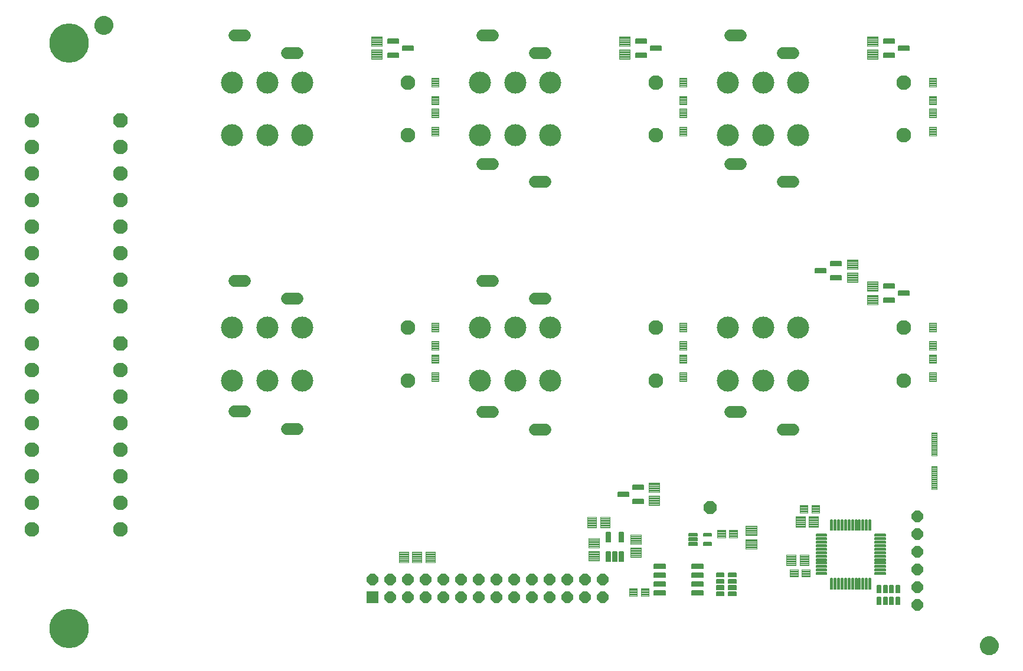
<source format=gts>
G75*
%MOIN*%
%OFA0B0*%
%FSLAX25Y25*%
%IPPOS*%
%LPD*%
%AMOC8*
5,1,8,0,0,1.08239X$1,22.5*
%
%ADD10C,0.13198*%
%ADD11OC8,0.06506*%
%ADD12R,0.06506X0.06506*%
%ADD13C,0.00454*%
%ADD14C,0.00504*%
%ADD15C,0.00504*%
%ADD16C,0.00457*%
%ADD17C,0.00594*%
%ADD18C,0.00514*%
%ADD19C,0.00468*%
%ADD20C,0.00580*%
%ADD21C,0.00500*%
%ADD22C,0.12411*%
%ADD23C,0.08277*%
%ADD24C,0.06600*%
%ADD25OC8,0.08277*%
%ADD26OC8,0.07096*%
%ADD27C,0.22254*%
D10*
X0137995Y0087673D03*
X0137995Y0418382D03*
D11*
X0309333Y0115232D03*
X0319333Y0115232D03*
X0329333Y0115232D03*
X0339333Y0115232D03*
X0349333Y0115232D03*
X0359333Y0115232D03*
X0369333Y0115232D03*
X0379333Y0115232D03*
X0389333Y0115232D03*
X0399333Y0115232D03*
X0409333Y0115232D03*
X0419333Y0115232D03*
X0429333Y0115232D03*
X0439333Y0115232D03*
X0439333Y0105232D03*
X0429333Y0105232D03*
X0419333Y0105232D03*
X0409333Y0105232D03*
X0399333Y0105232D03*
X0389333Y0105232D03*
X0379333Y0105232D03*
X0369333Y0105232D03*
X0359333Y0105232D03*
X0349333Y0105232D03*
X0339333Y0105232D03*
X0329333Y0105232D03*
X0319333Y0105232D03*
X0617188Y0100770D03*
X0617188Y0110770D03*
X0617188Y0120770D03*
X0617188Y0130770D03*
X0617188Y0140770D03*
X0617188Y0150770D03*
D12*
X0309333Y0105232D03*
D13*
X0454353Y0105979D02*
X0458829Y0105979D01*
X0454353Y0105979D02*
X0454353Y0110061D01*
X0458829Y0110061D01*
X0458829Y0105979D01*
X0458829Y0106432D02*
X0454353Y0106432D01*
X0454353Y0106885D02*
X0458829Y0106885D01*
X0458829Y0107338D02*
X0454353Y0107338D01*
X0454353Y0107791D02*
X0458829Y0107791D01*
X0458829Y0108244D02*
X0454353Y0108244D01*
X0454353Y0108697D02*
X0458829Y0108697D01*
X0458829Y0109150D02*
X0454353Y0109150D01*
X0454353Y0109603D02*
X0458829Y0109603D01*
X0458829Y0110056D02*
X0454353Y0110056D01*
X0461046Y0105979D02*
X0465522Y0105979D01*
X0461046Y0105979D02*
X0461046Y0110061D01*
X0465522Y0110061D01*
X0465522Y0105979D01*
X0465522Y0106432D02*
X0461046Y0106432D01*
X0461046Y0106885D02*
X0465522Y0106885D01*
X0465522Y0107338D02*
X0461046Y0107338D01*
X0461046Y0107791D02*
X0465522Y0107791D01*
X0465522Y0108244D02*
X0461046Y0108244D01*
X0461046Y0108697D02*
X0465522Y0108697D01*
X0465522Y0109150D02*
X0461046Y0109150D01*
X0461046Y0109603D02*
X0465522Y0109603D01*
X0465522Y0110056D02*
X0461046Y0110056D01*
X0504103Y0138979D02*
X0508579Y0138979D01*
X0504103Y0138979D02*
X0504103Y0143061D01*
X0508579Y0143061D01*
X0508579Y0138979D01*
X0508579Y0139432D02*
X0504103Y0139432D01*
X0504103Y0139885D02*
X0508579Y0139885D01*
X0508579Y0140338D02*
X0504103Y0140338D01*
X0504103Y0140791D02*
X0508579Y0140791D01*
X0508579Y0141244D02*
X0504103Y0141244D01*
X0504103Y0141697D02*
X0508579Y0141697D01*
X0508579Y0142150D02*
X0504103Y0142150D01*
X0504103Y0142603D02*
X0508579Y0142603D01*
X0508579Y0143056D02*
X0504103Y0143056D01*
X0510796Y0138979D02*
X0515272Y0138979D01*
X0510796Y0138979D02*
X0510796Y0143061D01*
X0515272Y0143061D01*
X0515272Y0138979D01*
X0515272Y0139432D02*
X0510796Y0139432D01*
X0510796Y0139885D02*
X0515272Y0139885D01*
X0515272Y0140338D02*
X0510796Y0140338D01*
X0510796Y0140791D02*
X0515272Y0140791D01*
X0515272Y0141244D02*
X0510796Y0141244D01*
X0510796Y0141697D02*
X0515272Y0141697D01*
X0515272Y0142150D02*
X0510796Y0142150D01*
X0510796Y0142603D02*
X0515272Y0142603D01*
X0515272Y0143056D02*
X0510796Y0143056D01*
X0545103Y0120811D02*
X0549579Y0120811D01*
X0549579Y0116729D01*
X0545103Y0116729D01*
X0545103Y0120811D01*
X0545103Y0117182D02*
X0549579Y0117182D01*
X0549579Y0117635D02*
X0545103Y0117635D01*
X0545103Y0118088D02*
X0549579Y0118088D01*
X0549579Y0118541D02*
X0545103Y0118541D01*
X0545103Y0118994D02*
X0549579Y0118994D01*
X0549579Y0119447D02*
X0545103Y0119447D01*
X0545103Y0119900D02*
X0549579Y0119900D01*
X0549579Y0120353D02*
X0545103Y0120353D01*
X0545103Y0120806D02*
X0549579Y0120806D01*
X0551796Y0120811D02*
X0556272Y0120811D01*
X0556272Y0116729D01*
X0551796Y0116729D01*
X0551796Y0120811D01*
X0551796Y0117182D02*
X0556272Y0117182D01*
X0556272Y0117635D02*
X0551796Y0117635D01*
X0551796Y0118088D02*
X0556272Y0118088D01*
X0556272Y0118541D02*
X0551796Y0118541D01*
X0551796Y0118994D02*
X0556272Y0118994D01*
X0556272Y0119447D02*
X0551796Y0119447D01*
X0551796Y0119900D02*
X0556272Y0119900D01*
X0556272Y0120353D02*
X0551796Y0120353D01*
X0551796Y0120806D02*
X0556272Y0120806D01*
X0557296Y0152979D02*
X0561772Y0152979D01*
X0557296Y0152979D02*
X0557296Y0157061D01*
X0561772Y0157061D01*
X0561772Y0152979D01*
X0561772Y0153432D02*
X0557296Y0153432D01*
X0557296Y0153885D02*
X0561772Y0153885D01*
X0561772Y0154338D02*
X0557296Y0154338D01*
X0557296Y0154791D02*
X0561772Y0154791D01*
X0561772Y0155244D02*
X0557296Y0155244D01*
X0557296Y0155697D02*
X0561772Y0155697D01*
X0561772Y0156150D02*
X0557296Y0156150D01*
X0557296Y0156603D02*
X0561772Y0156603D01*
X0561772Y0157056D02*
X0557296Y0157056D01*
X0555079Y0152979D02*
X0550603Y0152979D01*
X0550603Y0157061D01*
X0555079Y0157061D01*
X0555079Y0152979D01*
X0555079Y0153432D02*
X0550603Y0153432D01*
X0550603Y0153885D02*
X0555079Y0153885D01*
X0555079Y0154338D02*
X0550603Y0154338D01*
X0550603Y0154791D02*
X0555079Y0154791D01*
X0555079Y0155244D02*
X0550603Y0155244D01*
X0550603Y0155697D02*
X0555079Y0155697D01*
X0555079Y0156150D02*
X0550603Y0156150D01*
X0550603Y0156603D02*
X0555079Y0156603D01*
X0555079Y0157056D02*
X0550603Y0157056D01*
X0486729Y0227217D02*
X0486729Y0232087D01*
X0486729Y0227217D02*
X0482647Y0227217D01*
X0482647Y0232087D01*
X0486729Y0232087D01*
X0486729Y0227670D02*
X0482647Y0227670D01*
X0482647Y0228123D02*
X0486729Y0228123D01*
X0486729Y0228576D02*
X0482647Y0228576D01*
X0482647Y0229029D02*
X0486729Y0229029D01*
X0486729Y0229482D02*
X0482647Y0229482D01*
X0482647Y0229935D02*
X0486729Y0229935D01*
X0486729Y0230388D02*
X0482647Y0230388D01*
X0482647Y0230841D02*
X0486729Y0230841D01*
X0486729Y0231294D02*
X0482647Y0231294D01*
X0482647Y0231747D02*
X0486729Y0231747D01*
X0486729Y0237453D02*
X0486729Y0242323D01*
X0486729Y0237453D02*
X0482647Y0237453D01*
X0482647Y0242323D01*
X0486729Y0242323D01*
X0486729Y0237906D02*
X0482647Y0237906D01*
X0482647Y0238359D02*
X0486729Y0238359D01*
X0486729Y0238812D02*
X0482647Y0238812D01*
X0482647Y0239265D02*
X0486729Y0239265D01*
X0486729Y0239718D02*
X0482647Y0239718D01*
X0482647Y0240171D02*
X0486729Y0240171D01*
X0486729Y0240624D02*
X0482647Y0240624D01*
X0482647Y0241077D02*
X0486729Y0241077D01*
X0486729Y0241530D02*
X0482647Y0241530D01*
X0482647Y0241983D02*
X0486729Y0241983D01*
X0482647Y0244967D02*
X0482647Y0249837D01*
X0486729Y0249837D01*
X0486729Y0244967D01*
X0482647Y0244967D01*
X0482647Y0245420D02*
X0486729Y0245420D01*
X0486729Y0245873D02*
X0482647Y0245873D01*
X0482647Y0246326D02*
X0486729Y0246326D01*
X0486729Y0246779D02*
X0482647Y0246779D01*
X0482647Y0247232D02*
X0486729Y0247232D01*
X0486729Y0247685D02*
X0482647Y0247685D01*
X0482647Y0248138D02*
X0486729Y0248138D01*
X0486729Y0248591D02*
X0482647Y0248591D01*
X0482647Y0249044D02*
X0486729Y0249044D01*
X0486729Y0249497D02*
X0482647Y0249497D01*
X0482647Y0255203D02*
X0482647Y0260073D01*
X0486729Y0260073D01*
X0486729Y0255203D01*
X0482647Y0255203D01*
X0482647Y0255656D02*
X0486729Y0255656D01*
X0486729Y0256109D02*
X0482647Y0256109D01*
X0482647Y0256562D02*
X0486729Y0256562D01*
X0486729Y0257015D02*
X0482647Y0257015D01*
X0482647Y0257468D02*
X0486729Y0257468D01*
X0486729Y0257921D02*
X0482647Y0257921D01*
X0482647Y0258374D02*
X0486729Y0258374D01*
X0486729Y0258827D02*
X0482647Y0258827D01*
X0482647Y0259280D02*
X0486729Y0259280D01*
X0486729Y0259733D02*
X0482647Y0259733D01*
X0342647Y0260073D02*
X0342647Y0255203D01*
X0342647Y0260073D02*
X0346729Y0260073D01*
X0346729Y0255203D01*
X0342647Y0255203D01*
X0342647Y0255656D02*
X0346729Y0255656D01*
X0346729Y0256109D02*
X0342647Y0256109D01*
X0342647Y0256562D02*
X0346729Y0256562D01*
X0346729Y0257015D02*
X0342647Y0257015D01*
X0342647Y0257468D02*
X0346729Y0257468D01*
X0346729Y0257921D02*
X0342647Y0257921D01*
X0342647Y0258374D02*
X0346729Y0258374D01*
X0346729Y0258827D02*
X0342647Y0258827D01*
X0342647Y0259280D02*
X0346729Y0259280D01*
X0346729Y0259733D02*
X0342647Y0259733D01*
X0342647Y0249837D02*
X0342647Y0244967D01*
X0342647Y0249837D02*
X0346729Y0249837D01*
X0346729Y0244967D01*
X0342647Y0244967D01*
X0342647Y0245420D02*
X0346729Y0245420D01*
X0346729Y0245873D02*
X0342647Y0245873D01*
X0342647Y0246326D02*
X0346729Y0246326D01*
X0346729Y0246779D02*
X0342647Y0246779D01*
X0342647Y0247232D02*
X0346729Y0247232D01*
X0346729Y0247685D02*
X0342647Y0247685D01*
X0342647Y0248138D02*
X0346729Y0248138D01*
X0346729Y0248591D02*
X0342647Y0248591D01*
X0342647Y0249044D02*
X0346729Y0249044D01*
X0346729Y0249497D02*
X0342647Y0249497D01*
X0346729Y0242323D02*
X0346729Y0237453D01*
X0342647Y0237453D01*
X0342647Y0242323D01*
X0346729Y0242323D01*
X0346729Y0237906D02*
X0342647Y0237906D01*
X0342647Y0238359D02*
X0346729Y0238359D01*
X0346729Y0238812D02*
X0342647Y0238812D01*
X0342647Y0239265D02*
X0346729Y0239265D01*
X0346729Y0239718D02*
X0342647Y0239718D01*
X0342647Y0240171D02*
X0346729Y0240171D01*
X0346729Y0240624D02*
X0342647Y0240624D01*
X0342647Y0241077D02*
X0346729Y0241077D01*
X0346729Y0241530D02*
X0342647Y0241530D01*
X0342647Y0241983D02*
X0346729Y0241983D01*
X0346729Y0232087D02*
X0346729Y0227217D01*
X0342647Y0227217D01*
X0342647Y0232087D01*
X0346729Y0232087D01*
X0346729Y0227670D02*
X0342647Y0227670D01*
X0342647Y0228123D02*
X0346729Y0228123D01*
X0346729Y0228576D02*
X0342647Y0228576D01*
X0342647Y0229029D02*
X0346729Y0229029D01*
X0346729Y0229482D02*
X0342647Y0229482D01*
X0342647Y0229935D02*
X0346729Y0229935D01*
X0346729Y0230388D02*
X0342647Y0230388D01*
X0342647Y0230841D02*
X0346729Y0230841D01*
X0346729Y0231294D02*
X0342647Y0231294D01*
X0342647Y0231747D02*
X0346729Y0231747D01*
X0346729Y0365967D02*
X0346729Y0370837D01*
X0346729Y0365967D02*
X0342647Y0365967D01*
X0342647Y0370837D01*
X0346729Y0370837D01*
X0346729Y0366420D02*
X0342647Y0366420D01*
X0342647Y0366873D02*
X0346729Y0366873D01*
X0346729Y0367326D02*
X0342647Y0367326D01*
X0342647Y0367779D02*
X0346729Y0367779D01*
X0346729Y0368232D02*
X0342647Y0368232D01*
X0342647Y0368685D02*
X0346729Y0368685D01*
X0346729Y0369138D02*
X0342647Y0369138D01*
X0342647Y0369591D02*
X0346729Y0369591D01*
X0346729Y0370044D02*
X0342647Y0370044D01*
X0342647Y0370497D02*
X0346729Y0370497D01*
X0346729Y0376203D02*
X0346729Y0381073D01*
X0346729Y0376203D02*
X0342647Y0376203D01*
X0342647Y0381073D01*
X0346729Y0381073D01*
X0346729Y0376656D02*
X0342647Y0376656D01*
X0342647Y0377109D02*
X0346729Y0377109D01*
X0346729Y0377562D02*
X0342647Y0377562D01*
X0342647Y0378015D02*
X0346729Y0378015D01*
X0346729Y0378468D02*
X0342647Y0378468D01*
X0342647Y0378921D02*
X0346729Y0378921D01*
X0346729Y0379374D02*
X0342647Y0379374D01*
X0342647Y0379827D02*
X0346729Y0379827D01*
X0346729Y0380280D02*
X0342647Y0380280D01*
X0342647Y0380733D02*
X0346729Y0380733D01*
X0342647Y0383467D02*
X0342647Y0388337D01*
X0346729Y0388337D01*
X0346729Y0383467D01*
X0342647Y0383467D01*
X0342647Y0383920D02*
X0346729Y0383920D01*
X0346729Y0384373D02*
X0342647Y0384373D01*
X0342647Y0384826D02*
X0346729Y0384826D01*
X0346729Y0385279D02*
X0342647Y0385279D01*
X0342647Y0385732D02*
X0346729Y0385732D01*
X0346729Y0386185D02*
X0342647Y0386185D01*
X0342647Y0386638D02*
X0346729Y0386638D01*
X0346729Y0387091D02*
X0342647Y0387091D01*
X0342647Y0387544D02*
X0346729Y0387544D01*
X0346729Y0387997D02*
X0342647Y0387997D01*
X0342647Y0393703D02*
X0342647Y0398573D01*
X0346729Y0398573D01*
X0346729Y0393703D01*
X0342647Y0393703D01*
X0342647Y0394156D02*
X0346729Y0394156D01*
X0346729Y0394609D02*
X0342647Y0394609D01*
X0342647Y0395062D02*
X0346729Y0395062D01*
X0346729Y0395515D02*
X0342647Y0395515D01*
X0342647Y0395968D02*
X0346729Y0395968D01*
X0346729Y0396421D02*
X0342647Y0396421D01*
X0342647Y0396874D02*
X0346729Y0396874D01*
X0346729Y0397327D02*
X0342647Y0397327D01*
X0342647Y0397780D02*
X0346729Y0397780D01*
X0346729Y0398233D02*
X0342647Y0398233D01*
X0482647Y0398573D02*
X0482647Y0393703D01*
X0482647Y0398573D02*
X0486729Y0398573D01*
X0486729Y0393703D01*
X0482647Y0393703D01*
X0482647Y0394156D02*
X0486729Y0394156D01*
X0486729Y0394609D02*
X0482647Y0394609D01*
X0482647Y0395062D02*
X0486729Y0395062D01*
X0486729Y0395515D02*
X0482647Y0395515D01*
X0482647Y0395968D02*
X0486729Y0395968D01*
X0486729Y0396421D02*
X0482647Y0396421D01*
X0482647Y0396874D02*
X0486729Y0396874D01*
X0486729Y0397327D02*
X0482647Y0397327D01*
X0482647Y0397780D02*
X0486729Y0397780D01*
X0486729Y0398233D02*
X0482647Y0398233D01*
X0482647Y0388337D02*
X0482647Y0383467D01*
X0482647Y0388337D02*
X0486729Y0388337D01*
X0486729Y0383467D01*
X0482647Y0383467D01*
X0482647Y0383920D02*
X0486729Y0383920D01*
X0486729Y0384373D02*
X0482647Y0384373D01*
X0482647Y0384826D02*
X0486729Y0384826D01*
X0486729Y0385279D02*
X0482647Y0385279D01*
X0482647Y0385732D02*
X0486729Y0385732D01*
X0486729Y0386185D02*
X0482647Y0386185D01*
X0482647Y0386638D02*
X0486729Y0386638D01*
X0486729Y0387091D02*
X0482647Y0387091D01*
X0482647Y0387544D02*
X0486729Y0387544D01*
X0486729Y0387997D02*
X0482647Y0387997D01*
X0486729Y0381073D02*
X0486729Y0376203D01*
X0482647Y0376203D01*
X0482647Y0381073D01*
X0486729Y0381073D01*
X0486729Y0376656D02*
X0482647Y0376656D01*
X0482647Y0377109D02*
X0486729Y0377109D01*
X0486729Y0377562D02*
X0482647Y0377562D01*
X0482647Y0378015D02*
X0486729Y0378015D01*
X0486729Y0378468D02*
X0482647Y0378468D01*
X0482647Y0378921D02*
X0486729Y0378921D01*
X0486729Y0379374D02*
X0482647Y0379374D01*
X0482647Y0379827D02*
X0486729Y0379827D01*
X0486729Y0380280D02*
X0482647Y0380280D01*
X0482647Y0380733D02*
X0486729Y0380733D01*
X0486729Y0370837D02*
X0486729Y0365967D01*
X0482647Y0365967D01*
X0482647Y0370837D01*
X0486729Y0370837D01*
X0486729Y0366420D02*
X0482647Y0366420D01*
X0482647Y0366873D02*
X0486729Y0366873D01*
X0486729Y0367326D02*
X0482647Y0367326D01*
X0482647Y0367779D02*
X0486729Y0367779D01*
X0486729Y0368232D02*
X0482647Y0368232D01*
X0482647Y0368685D02*
X0486729Y0368685D01*
X0486729Y0369138D02*
X0482647Y0369138D01*
X0482647Y0369591D02*
X0486729Y0369591D01*
X0486729Y0370044D02*
X0482647Y0370044D01*
X0482647Y0370497D02*
X0486729Y0370497D01*
X0627729Y0370837D02*
X0627729Y0365967D01*
X0623647Y0365967D01*
X0623647Y0370837D01*
X0627729Y0370837D01*
X0627729Y0366420D02*
X0623647Y0366420D01*
X0623647Y0366873D02*
X0627729Y0366873D01*
X0627729Y0367326D02*
X0623647Y0367326D01*
X0623647Y0367779D02*
X0627729Y0367779D01*
X0627729Y0368232D02*
X0623647Y0368232D01*
X0623647Y0368685D02*
X0627729Y0368685D01*
X0627729Y0369138D02*
X0623647Y0369138D01*
X0623647Y0369591D02*
X0627729Y0369591D01*
X0627729Y0370044D02*
X0623647Y0370044D01*
X0623647Y0370497D02*
X0627729Y0370497D01*
X0627729Y0376203D02*
X0627729Y0381073D01*
X0627729Y0376203D02*
X0623647Y0376203D01*
X0623647Y0381073D01*
X0627729Y0381073D01*
X0627729Y0376656D02*
X0623647Y0376656D01*
X0623647Y0377109D02*
X0627729Y0377109D01*
X0627729Y0377562D02*
X0623647Y0377562D01*
X0623647Y0378015D02*
X0627729Y0378015D01*
X0627729Y0378468D02*
X0623647Y0378468D01*
X0623647Y0378921D02*
X0627729Y0378921D01*
X0627729Y0379374D02*
X0623647Y0379374D01*
X0623647Y0379827D02*
X0627729Y0379827D01*
X0627729Y0380280D02*
X0623647Y0380280D01*
X0623647Y0380733D02*
X0627729Y0380733D01*
X0623647Y0383467D02*
X0623647Y0388337D01*
X0627729Y0388337D01*
X0627729Y0383467D01*
X0623647Y0383467D01*
X0623647Y0383920D02*
X0627729Y0383920D01*
X0627729Y0384373D02*
X0623647Y0384373D01*
X0623647Y0384826D02*
X0627729Y0384826D01*
X0627729Y0385279D02*
X0623647Y0385279D01*
X0623647Y0385732D02*
X0627729Y0385732D01*
X0627729Y0386185D02*
X0623647Y0386185D01*
X0623647Y0386638D02*
X0627729Y0386638D01*
X0627729Y0387091D02*
X0623647Y0387091D01*
X0623647Y0387544D02*
X0627729Y0387544D01*
X0627729Y0387997D02*
X0623647Y0387997D01*
X0623647Y0393703D02*
X0623647Y0398573D01*
X0627729Y0398573D01*
X0627729Y0393703D01*
X0623647Y0393703D01*
X0623647Y0394156D02*
X0627729Y0394156D01*
X0627729Y0394609D02*
X0623647Y0394609D01*
X0623647Y0395062D02*
X0627729Y0395062D01*
X0627729Y0395515D02*
X0623647Y0395515D01*
X0623647Y0395968D02*
X0627729Y0395968D01*
X0627729Y0396421D02*
X0623647Y0396421D01*
X0623647Y0396874D02*
X0627729Y0396874D01*
X0627729Y0397327D02*
X0623647Y0397327D01*
X0623647Y0397780D02*
X0627729Y0397780D01*
X0627729Y0398233D02*
X0623647Y0398233D01*
X0623647Y0260073D02*
X0623647Y0255203D01*
X0623647Y0260073D02*
X0627729Y0260073D01*
X0627729Y0255203D01*
X0623647Y0255203D01*
X0623647Y0255656D02*
X0627729Y0255656D01*
X0627729Y0256109D02*
X0623647Y0256109D01*
X0623647Y0256562D02*
X0627729Y0256562D01*
X0627729Y0257015D02*
X0623647Y0257015D01*
X0623647Y0257468D02*
X0627729Y0257468D01*
X0627729Y0257921D02*
X0623647Y0257921D01*
X0623647Y0258374D02*
X0627729Y0258374D01*
X0627729Y0258827D02*
X0623647Y0258827D01*
X0623647Y0259280D02*
X0627729Y0259280D01*
X0627729Y0259733D02*
X0623647Y0259733D01*
X0623647Y0249837D02*
X0623647Y0244967D01*
X0623647Y0249837D02*
X0627729Y0249837D01*
X0627729Y0244967D01*
X0623647Y0244967D01*
X0623647Y0245420D02*
X0627729Y0245420D01*
X0627729Y0245873D02*
X0623647Y0245873D01*
X0623647Y0246326D02*
X0627729Y0246326D01*
X0627729Y0246779D02*
X0623647Y0246779D01*
X0623647Y0247232D02*
X0627729Y0247232D01*
X0627729Y0247685D02*
X0623647Y0247685D01*
X0623647Y0248138D02*
X0627729Y0248138D01*
X0627729Y0248591D02*
X0623647Y0248591D01*
X0623647Y0249044D02*
X0627729Y0249044D01*
X0627729Y0249497D02*
X0623647Y0249497D01*
X0627729Y0242323D02*
X0627729Y0237453D01*
X0623647Y0237453D01*
X0623647Y0242323D01*
X0627729Y0242323D01*
X0627729Y0237906D02*
X0623647Y0237906D01*
X0623647Y0238359D02*
X0627729Y0238359D01*
X0627729Y0238812D02*
X0623647Y0238812D01*
X0623647Y0239265D02*
X0627729Y0239265D01*
X0627729Y0239718D02*
X0623647Y0239718D01*
X0623647Y0240171D02*
X0627729Y0240171D01*
X0627729Y0240624D02*
X0623647Y0240624D01*
X0623647Y0241077D02*
X0627729Y0241077D01*
X0627729Y0241530D02*
X0623647Y0241530D01*
X0623647Y0241983D02*
X0627729Y0241983D01*
X0627729Y0232087D02*
X0627729Y0227217D01*
X0623647Y0227217D01*
X0623647Y0232087D01*
X0627729Y0232087D01*
X0627729Y0227670D02*
X0623647Y0227670D01*
X0623647Y0228123D02*
X0627729Y0228123D01*
X0627729Y0228576D02*
X0623647Y0228576D01*
X0623647Y0229029D02*
X0627729Y0229029D01*
X0627729Y0229482D02*
X0623647Y0229482D01*
X0623647Y0229935D02*
X0627729Y0229935D01*
X0627729Y0230388D02*
X0623647Y0230388D01*
X0623647Y0230841D02*
X0627729Y0230841D01*
X0627729Y0231294D02*
X0623647Y0231294D01*
X0623647Y0231747D02*
X0627729Y0231747D01*
D14*
X0495917Y0124018D02*
X0489719Y0124018D01*
X0495917Y0124018D02*
X0495917Y0121560D01*
X0489719Y0121560D01*
X0489719Y0124018D01*
X0489719Y0122063D02*
X0495917Y0122063D01*
X0495917Y0122566D02*
X0489719Y0122566D01*
X0489719Y0123069D02*
X0495917Y0123069D01*
X0495917Y0123572D02*
X0489719Y0123572D01*
X0489719Y0119018D02*
X0495917Y0119018D01*
X0495917Y0116560D01*
X0489719Y0116560D01*
X0489719Y0119018D01*
X0489719Y0117063D02*
X0495917Y0117063D01*
X0495917Y0117566D02*
X0489719Y0117566D01*
X0489719Y0118069D02*
X0495917Y0118069D01*
X0495917Y0118572D02*
X0489719Y0118572D01*
X0489719Y0114018D02*
X0495917Y0114018D01*
X0495917Y0111560D01*
X0489719Y0111560D01*
X0489719Y0114018D01*
X0489719Y0112063D02*
X0495917Y0112063D01*
X0495917Y0112566D02*
X0489719Y0112566D01*
X0489719Y0113069D02*
X0495917Y0113069D01*
X0495917Y0113572D02*
X0489719Y0113572D01*
X0489719Y0109018D02*
X0495917Y0109018D01*
X0495917Y0106560D01*
X0489719Y0106560D01*
X0489719Y0109018D01*
X0489719Y0107063D02*
X0495917Y0107063D01*
X0495917Y0107566D02*
X0489719Y0107566D01*
X0489719Y0108069D02*
X0495917Y0108069D01*
X0495917Y0108572D02*
X0489719Y0108572D01*
X0474657Y0109018D02*
X0468459Y0109018D01*
X0474657Y0109018D02*
X0474657Y0106560D01*
X0468459Y0106560D01*
X0468459Y0109018D01*
X0468459Y0107063D02*
X0474657Y0107063D01*
X0474657Y0107566D02*
X0468459Y0107566D01*
X0468459Y0108069D02*
X0474657Y0108069D01*
X0474657Y0108572D02*
X0468459Y0108572D01*
X0468459Y0114018D02*
X0474657Y0114018D01*
X0474657Y0111560D01*
X0468459Y0111560D01*
X0468459Y0114018D01*
X0468459Y0112063D02*
X0474657Y0112063D01*
X0474657Y0112566D02*
X0468459Y0112566D01*
X0468459Y0113069D02*
X0474657Y0113069D01*
X0474657Y0113572D02*
X0468459Y0113572D01*
X0468459Y0119018D02*
X0474657Y0119018D01*
X0474657Y0116560D01*
X0468459Y0116560D01*
X0468459Y0119018D01*
X0468459Y0117063D02*
X0474657Y0117063D01*
X0474657Y0117566D02*
X0468459Y0117566D01*
X0468459Y0118069D02*
X0474657Y0118069D01*
X0474657Y0118572D02*
X0468459Y0118572D01*
X0468459Y0124018D02*
X0474657Y0124018D01*
X0474657Y0121560D01*
X0468459Y0121560D01*
X0468459Y0124018D01*
X0468459Y0122063D02*
X0474657Y0122063D01*
X0474657Y0122566D02*
X0468459Y0122566D01*
X0468459Y0123069D02*
X0474657Y0123069D01*
X0474657Y0123572D02*
X0468459Y0123572D01*
D15*
X0451036Y0125722D02*
X0451036Y0131018D01*
X0451036Y0125722D02*
X0448740Y0125722D01*
X0448740Y0131018D01*
X0451036Y0131018D01*
X0451036Y0126225D02*
X0448740Y0126225D01*
X0448740Y0126728D02*
X0451036Y0126728D01*
X0451036Y0127231D02*
X0448740Y0127231D01*
X0448740Y0127734D02*
X0451036Y0127734D01*
X0451036Y0128237D02*
X0448740Y0128237D01*
X0448740Y0128740D02*
X0451036Y0128740D01*
X0451036Y0129243D02*
X0448740Y0129243D01*
X0448740Y0129746D02*
X0451036Y0129746D01*
X0451036Y0130249D02*
X0448740Y0130249D01*
X0448740Y0130752D02*
X0451036Y0130752D01*
X0447336Y0131018D02*
X0447336Y0125722D01*
X0445040Y0125722D01*
X0445040Y0131018D01*
X0447336Y0131018D01*
X0447336Y0126225D02*
X0445040Y0126225D01*
X0445040Y0126728D02*
X0447336Y0126728D01*
X0447336Y0127231D02*
X0445040Y0127231D01*
X0445040Y0127734D02*
X0447336Y0127734D01*
X0447336Y0128237D02*
X0445040Y0128237D01*
X0445040Y0128740D02*
X0447336Y0128740D01*
X0447336Y0129243D02*
X0445040Y0129243D01*
X0445040Y0129746D02*
X0447336Y0129746D01*
X0447336Y0130249D02*
X0445040Y0130249D01*
X0445040Y0130752D02*
X0447336Y0130752D01*
X0443636Y0131018D02*
X0443636Y0125722D01*
X0441340Y0125722D01*
X0441340Y0131018D01*
X0443636Y0131018D01*
X0443636Y0126225D02*
X0441340Y0126225D01*
X0441340Y0126728D02*
X0443636Y0126728D01*
X0443636Y0127231D02*
X0441340Y0127231D01*
X0441340Y0127734D02*
X0443636Y0127734D01*
X0443636Y0128237D02*
X0441340Y0128237D01*
X0441340Y0128740D02*
X0443636Y0128740D01*
X0443636Y0129243D02*
X0441340Y0129243D01*
X0441340Y0129746D02*
X0443636Y0129746D01*
X0443636Y0130249D02*
X0441340Y0130249D01*
X0441340Y0130752D02*
X0443636Y0130752D01*
X0443636Y0136522D02*
X0443636Y0141818D01*
X0443636Y0136522D02*
X0441340Y0136522D01*
X0441340Y0141818D01*
X0443636Y0141818D01*
X0443636Y0137025D02*
X0441340Y0137025D01*
X0441340Y0137528D02*
X0443636Y0137528D01*
X0443636Y0138031D02*
X0441340Y0138031D01*
X0441340Y0138534D02*
X0443636Y0138534D01*
X0443636Y0139037D02*
X0441340Y0139037D01*
X0441340Y0139540D02*
X0443636Y0139540D01*
X0443636Y0140043D02*
X0441340Y0140043D01*
X0441340Y0140546D02*
X0443636Y0140546D01*
X0443636Y0141049D02*
X0441340Y0141049D01*
X0441340Y0141552D02*
X0443636Y0141552D01*
X0451036Y0141818D02*
X0451036Y0136522D01*
X0448740Y0136522D01*
X0448740Y0141818D01*
X0451036Y0141818D01*
X0451036Y0137025D02*
X0448740Y0137025D01*
X0448740Y0137528D02*
X0451036Y0137528D01*
X0451036Y0138031D02*
X0448740Y0138031D01*
X0448740Y0138534D02*
X0451036Y0138534D01*
X0451036Y0139037D02*
X0448740Y0139037D01*
X0448740Y0139540D02*
X0451036Y0139540D01*
X0451036Y0140043D02*
X0448740Y0140043D01*
X0448740Y0140546D02*
X0451036Y0140546D01*
X0451036Y0141049D02*
X0448740Y0141049D01*
X0448740Y0141552D02*
X0451036Y0141552D01*
X0456390Y0160418D02*
X0462486Y0160418D01*
X0462486Y0158122D01*
X0456390Y0158122D01*
X0456390Y0160418D01*
X0456390Y0158625D02*
X0462486Y0158625D01*
X0462486Y0159128D02*
X0456390Y0159128D01*
X0456390Y0159631D02*
X0462486Y0159631D01*
X0462486Y0160134D02*
X0456390Y0160134D01*
X0453986Y0164418D02*
X0447890Y0164418D01*
X0453986Y0164418D02*
X0453986Y0162122D01*
X0447890Y0162122D01*
X0447890Y0164418D01*
X0447890Y0162625D02*
X0453986Y0162625D01*
X0453986Y0163128D02*
X0447890Y0163128D01*
X0447890Y0163631D02*
X0453986Y0163631D01*
X0453986Y0164134D02*
X0447890Y0164134D01*
X0456390Y0168418D02*
X0462486Y0168418D01*
X0462486Y0166122D01*
X0456390Y0166122D01*
X0456390Y0168418D01*
X0456390Y0166625D02*
X0462486Y0166625D01*
X0462486Y0167128D02*
X0456390Y0167128D01*
X0456390Y0167631D02*
X0462486Y0167631D01*
X0462486Y0168134D02*
X0456390Y0168134D01*
X0597890Y0271872D02*
X0603986Y0271872D01*
X0597890Y0271872D02*
X0597890Y0274168D01*
X0603986Y0274168D01*
X0603986Y0271872D01*
X0603986Y0272375D02*
X0597890Y0272375D01*
X0597890Y0272878D02*
X0603986Y0272878D01*
X0603986Y0273381D02*
X0597890Y0273381D01*
X0597890Y0273884D02*
X0603986Y0273884D01*
X0606390Y0275872D02*
X0612486Y0275872D01*
X0606390Y0275872D02*
X0606390Y0278168D01*
X0612486Y0278168D01*
X0612486Y0275872D01*
X0612486Y0276375D02*
X0606390Y0276375D01*
X0606390Y0276878D02*
X0612486Y0276878D01*
X0612486Y0277381D02*
X0606390Y0277381D01*
X0606390Y0277884D02*
X0612486Y0277884D01*
X0603986Y0279872D02*
X0597890Y0279872D01*
X0597890Y0282168D01*
X0603986Y0282168D01*
X0603986Y0279872D01*
X0603986Y0280375D02*
X0597890Y0280375D01*
X0597890Y0280878D02*
X0603986Y0280878D01*
X0603986Y0281381D02*
X0597890Y0281381D01*
X0597890Y0281884D02*
X0603986Y0281884D01*
X0573986Y0286918D02*
X0567890Y0286918D01*
X0573986Y0286918D02*
X0573986Y0284622D01*
X0567890Y0284622D01*
X0567890Y0286918D01*
X0567890Y0285125D02*
X0573986Y0285125D01*
X0573986Y0285628D02*
X0567890Y0285628D01*
X0567890Y0286131D02*
X0573986Y0286131D01*
X0573986Y0286634D02*
X0567890Y0286634D01*
X0565486Y0290918D02*
X0559390Y0290918D01*
X0565486Y0290918D02*
X0565486Y0288622D01*
X0559390Y0288622D01*
X0559390Y0290918D01*
X0559390Y0289125D02*
X0565486Y0289125D01*
X0565486Y0289628D02*
X0559390Y0289628D01*
X0559390Y0290131D02*
X0565486Y0290131D01*
X0565486Y0290634D02*
X0559390Y0290634D01*
X0567890Y0294918D02*
X0573986Y0294918D01*
X0573986Y0292622D01*
X0567890Y0292622D01*
X0567890Y0294918D01*
X0567890Y0293125D02*
X0573986Y0293125D01*
X0573986Y0293628D02*
X0567890Y0293628D01*
X0567890Y0294131D02*
X0573986Y0294131D01*
X0573986Y0294634D02*
X0567890Y0294634D01*
X0597890Y0410372D02*
X0603986Y0410372D01*
X0597890Y0410372D02*
X0597890Y0412668D01*
X0603986Y0412668D01*
X0603986Y0410372D01*
X0603986Y0410875D02*
X0597890Y0410875D01*
X0597890Y0411378D02*
X0603986Y0411378D01*
X0603986Y0411881D02*
X0597890Y0411881D01*
X0597890Y0412384D02*
X0603986Y0412384D01*
X0606390Y0414372D02*
X0612486Y0414372D01*
X0606390Y0414372D02*
X0606390Y0416668D01*
X0612486Y0416668D01*
X0612486Y0414372D01*
X0612486Y0414875D02*
X0606390Y0414875D01*
X0606390Y0415378D02*
X0612486Y0415378D01*
X0612486Y0415881D02*
X0606390Y0415881D01*
X0606390Y0416384D02*
X0612486Y0416384D01*
X0603986Y0418372D02*
X0597890Y0418372D01*
X0597890Y0420668D01*
X0603986Y0420668D01*
X0603986Y0418372D01*
X0603986Y0418875D02*
X0597890Y0418875D01*
X0597890Y0419378D02*
X0603986Y0419378D01*
X0603986Y0419881D02*
X0597890Y0419881D01*
X0597890Y0420384D02*
X0603986Y0420384D01*
X0472486Y0414372D02*
X0466390Y0414372D01*
X0466390Y0416668D01*
X0472486Y0416668D01*
X0472486Y0414372D01*
X0472486Y0414875D02*
X0466390Y0414875D01*
X0466390Y0415378D02*
X0472486Y0415378D01*
X0472486Y0415881D02*
X0466390Y0415881D01*
X0466390Y0416384D02*
X0472486Y0416384D01*
X0463986Y0418372D02*
X0457890Y0418372D01*
X0457890Y0420668D01*
X0463986Y0420668D01*
X0463986Y0418372D01*
X0463986Y0418875D02*
X0457890Y0418875D01*
X0457890Y0419378D02*
X0463986Y0419378D01*
X0463986Y0419881D02*
X0457890Y0419881D01*
X0457890Y0420384D02*
X0463986Y0420384D01*
X0463986Y0410372D02*
X0457890Y0410372D01*
X0457890Y0412668D01*
X0463986Y0412668D01*
X0463986Y0410372D01*
X0463986Y0410875D02*
X0457890Y0410875D01*
X0457890Y0411378D02*
X0463986Y0411378D01*
X0463986Y0411881D02*
X0457890Y0411881D01*
X0457890Y0412384D02*
X0463986Y0412384D01*
X0332486Y0414372D02*
X0326390Y0414372D01*
X0326390Y0416668D01*
X0332486Y0416668D01*
X0332486Y0414372D01*
X0332486Y0414875D02*
X0326390Y0414875D01*
X0326390Y0415378D02*
X0332486Y0415378D01*
X0332486Y0415881D02*
X0326390Y0415881D01*
X0326390Y0416384D02*
X0332486Y0416384D01*
X0323986Y0418372D02*
X0317890Y0418372D01*
X0317890Y0420668D01*
X0323986Y0420668D01*
X0323986Y0418372D01*
X0323986Y0418875D02*
X0317890Y0418875D01*
X0317890Y0419378D02*
X0323986Y0419378D01*
X0323986Y0419881D02*
X0317890Y0419881D01*
X0317890Y0420384D02*
X0323986Y0420384D01*
X0323986Y0410372D02*
X0317890Y0410372D01*
X0317890Y0412668D01*
X0323986Y0412668D01*
X0323986Y0410372D01*
X0323986Y0410875D02*
X0317890Y0410875D01*
X0317890Y0411378D02*
X0323986Y0411378D01*
X0323986Y0411881D02*
X0317890Y0411881D01*
X0317890Y0412384D02*
X0323986Y0412384D01*
D16*
X0308663Y0414411D02*
X0308663Y0409149D01*
X0308663Y0414411D02*
X0314713Y0414411D01*
X0314713Y0409149D01*
X0308663Y0409149D01*
X0308663Y0409605D02*
X0314713Y0409605D01*
X0314713Y0410061D02*
X0308663Y0410061D01*
X0308663Y0410517D02*
X0314713Y0410517D01*
X0314713Y0410973D02*
X0308663Y0410973D01*
X0308663Y0411429D02*
X0314713Y0411429D01*
X0314713Y0411885D02*
X0308663Y0411885D01*
X0308663Y0412341D02*
X0314713Y0412341D01*
X0314713Y0412797D02*
X0308663Y0412797D01*
X0308663Y0413253D02*
X0314713Y0413253D01*
X0314713Y0413709D02*
X0308663Y0413709D01*
X0308663Y0414165D02*
X0314713Y0414165D01*
X0308663Y0416629D02*
X0308663Y0421891D01*
X0314713Y0421891D01*
X0314713Y0416629D01*
X0308663Y0416629D01*
X0308663Y0417085D02*
X0314713Y0417085D01*
X0314713Y0417541D02*
X0308663Y0417541D01*
X0308663Y0417997D02*
X0314713Y0417997D01*
X0314713Y0418453D02*
X0308663Y0418453D01*
X0308663Y0418909D02*
X0314713Y0418909D01*
X0314713Y0419365D02*
X0308663Y0419365D01*
X0308663Y0419821D02*
X0314713Y0419821D01*
X0314713Y0420277D02*
X0308663Y0420277D01*
X0308663Y0420733D02*
X0314713Y0420733D01*
X0314713Y0421189D02*
X0308663Y0421189D01*
X0308663Y0421645D02*
X0314713Y0421645D01*
X0448663Y0421891D02*
X0448663Y0416629D01*
X0448663Y0421891D02*
X0454713Y0421891D01*
X0454713Y0416629D01*
X0448663Y0416629D01*
X0448663Y0417085D02*
X0454713Y0417085D01*
X0454713Y0417541D02*
X0448663Y0417541D01*
X0448663Y0417997D02*
X0454713Y0417997D01*
X0454713Y0418453D02*
X0448663Y0418453D01*
X0448663Y0418909D02*
X0454713Y0418909D01*
X0454713Y0419365D02*
X0448663Y0419365D01*
X0448663Y0419821D02*
X0454713Y0419821D01*
X0454713Y0420277D02*
X0448663Y0420277D01*
X0448663Y0420733D02*
X0454713Y0420733D01*
X0454713Y0421189D02*
X0448663Y0421189D01*
X0448663Y0421645D02*
X0454713Y0421645D01*
X0448663Y0414411D02*
X0448663Y0409149D01*
X0448663Y0414411D02*
X0454713Y0414411D01*
X0454713Y0409149D01*
X0448663Y0409149D01*
X0448663Y0409605D02*
X0454713Y0409605D01*
X0454713Y0410061D02*
X0448663Y0410061D01*
X0448663Y0410517D02*
X0454713Y0410517D01*
X0454713Y0410973D02*
X0448663Y0410973D01*
X0448663Y0411429D02*
X0454713Y0411429D01*
X0454713Y0411885D02*
X0448663Y0411885D01*
X0448663Y0412341D02*
X0454713Y0412341D01*
X0454713Y0412797D02*
X0448663Y0412797D01*
X0448663Y0413253D02*
X0454713Y0413253D01*
X0454713Y0413709D02*
X0448663Y0413709D01*
X0448663Y0414165D02*
X0454713Y0414165D01*
X0588663Y0414411D02*
X0588663Y0409149D01*
X0588663Y0414411D02*
X0594713Y0414411D01*
X0594713Y0409149D01*
X0588663Y0409149D01*
X0588663Y0409605D02*
X0594713Y0409605D01*
X0594713Y0410061D02*
X0588663Y0410061D01*
X0588663Y0410517D02*
X0594713Y0410517D01*
X0594713Y0410973D02*
X0588663Y0410973D01*
X0588663Y0411429D02*
X0594713Y0411429D01*
X0594713Y0411885D02*
X0588663Y0411885D01*
X0588663Y0412341D02*
X0594713Y0412341D01*
X0594713Y0412797D02*
X0588663Y0412797D01*
X0588663Y0413253D02*
X0594713Y0413253D01*
X0594713Y0413709D02*
X0588663Y0413709D01*
X0588663Y0414165D02*
X0594713Y0414165D01*
X0588663Y0416629D02*
X0588663Y0421891D01*
X0594713Y0421891D01*
X0594713Y0416629D01*
X0588663Y0416629D01*
X0588663Y0417085D02*
X0594713Y0417085D01*
X0594713Y0417541D02*
X0588663Y0417541D01*
X0588663Y0417997D02*
X0594713Y0417997D01*
X0594713Y0418453D02*
X0588663Y0418453D01*
X0588663Y0418909D02*
X0594713Y0418909D01*
X0594713Y0419365D02*
X0588663Y0419365D01*
X0588663Y0419821D02*
X0594713Y0419821D01*
X0594713Y0420277D02*
X0588663Y0420277D01*
X0588663Y0420733D02*
X0594713Y0420733D01*
X0594713Y0421189D02*
X0588663Y0421189D01*
X0588663Y0421645D02*
X0594713Y0421645D01*
X0583463Y0295891D02*
X0583463Y0290629D01*
X0577413Y0290629D01*
X0577413Y0295891D01*
X0583463Y0295891D01*
X0583463Y0291085D02*
X0577413Y0291085D01*
X0577413Y0291541D02*
X0583463Y0291541D01*
X0583463Y0291997D02*
X0577413Y0291997D01*
X0577413Y0292453D02*
X0583463Y0292453D01*
X0583463Y0292909D02*
X0577413Y0292909D01*
X0577413Y0293365D02*
X0583463Y0293365D01*
X0583463Y0293821D02*
X0577413Y0293821D01*
X0577413Y0294277D02*
X0583463Y0294277D01*
X0583463Y0294733D02*
X0577413Y0294733D01*
X0577413Y0295189D02*
X0583463Y0295189D01*
X0583463Y0295645D02*
X0577413Y0295645D01*
X0583463Y0288411D02*
X0583463Y0283149D01*
X0577413Y0283149D01*
X0577413Y0288411D01*
X0583463Y0288411D01*
X0583463Y0283605D02*
X0577413Y0283605D01*
X0577413Y0284061D02*
X0583463Y0284061D01*
X0583463Y0284517D02*
X0577413Y0284517D01*
X0577413Y0284973D02*
X0583463Y0284973D01*
X0583463Y0285429D02*
X0577413Y0285429D01*
X0577413Y0285885D02*
X0583463Y0285885D01*
X0583463Y0286341D02*
X0577413Y0286341D01*
X0577413Y0286797D02*
X0583463Y0286797D01*
X0583463Y0287253D02*
X0577413Y0287253D01*
X0577413Y0287709D02*
X0583463Y0287709D01*
X0583463Y0288165D02*
X0577413Y0288165D01*
X0588663Y0283391D02*
X0588663Y0278129D01*
X0588663Y0283391D02*
X0594713Y0283391D01*
X0594713Y0278129D01*
X0588663Y0278129D01*
X0588663Y0278585D02*
X0594713Y0278585D01*
X0594713Y0279041D02*
X0588663Y0279041D01*
X0588663Y0279497D02*
X0594713Y0279497D01*
X0594713Y0279953D02*
X0588663Y0279953D01*
X0588663Y0280409D02*
X0594713Y0280409D01*
X0594713Y0280865D02*
X0588663Y0280865D01*
X0588663Y0281321D02*
X0594713Y0281321D01*
X0594713Y0281777D02*
X0588663Y0281777D01*
X0588663Y0282233D02*
X0594713Y0282233D01*
X0594713Y0282689D02*
X0588663Y0282689D01*
X0588663Y0283145D02*
X0594713Y0283145D01*
X0588663Y0275911D02*
X0588663Y0270649D01*
X0588663Y0275911D02*
X0594713Y0275911D01*
X0594713Y0270649D01*
X0588663Y0270649D01*
X0588663Y0271105D02*
X0594713Y0271105D01*
X0594713Y0271561D02*
X0588663Y0271561D01*
X0588663Y0272017D02*
X0594713Y0272017D01*
X0594713Y0272473D02*
X0588663Y0272473D01*
X0588663Y0272929D02*
X0594713Y0272929D01*
X0594713Y0273385D02*
X0588663Y0273385D01*
X0588663Y0273841D02*
X0594713Y0273841D01*
X0594713Y0274297D02*
X0588663Y0274297D01*
X0588663Y0274753D02*
X0594713Y0274753D01*
X0594713Y0275209D02*
X0588663Y0275209D01*
X0588663Y0275665D02*
X0594713Y0275665D01*
X0471463Y0169891D02*
X0471463Y0164629D01*
X0465413Y0164629D01*
X0465413Y0169891D01*
X0471463Y0169891D01*
X0471463Y0165085D02*
X0465413Y0165085D01*
X0465413Y0165541D02*
X0471463Y0165541D01*
X0471463Y0165997D02*
X0465413Y0165997D01*
X0465413Y0166453D02*
X0471463Y0166453D01*
X0471463Y0166909D02*
X0465413Y0166909D01*
X0465413Y0167365D02*
X0471463Y0167365D01*
X0471463Y0167821D02*
X0465413Y0167821D01*
X0465413Y0168277D02*
X0471463Y0168277D01*
X0471463Y0168733D02*
X0465413Y0168733D01*
X0465413Y0169189D02*
X0471463Y0169189D01*
X0471463Y0169645D02*
X0465413Y0169645D01*
X0471463Y0162411D02*
X0471463Y0157149D01*
X0465413Y0157149D01*
X0465413Y0162411D01*
X0471463Y0162411D01*
X0471463Y0157605D02*
X0465413Y0157605D01*
X0465413Y0158061D02*
X0471463Y0158061D01*
X0471463Y0158517D02*
X0465413Y0158517D01*
X0465413Y0158973D02*
X0471463Y0158973D01*
X0471463Y0159429D02*
X0465413Y0159429D01*
X0465413Y0159885D02*
X0471463Y0159885D01*
X0471463Y0160341D02*
X0465413Y0160341D01*
X0465413Y0160797D02*
X0471463Y0160797D01*
X0471463Y0161253D02*
X0465413Y0161253D01*
X0465413Y0161709D02*
X0471463Y0161709D01*
X0471463Y0162165D02*
X0465413Y0162165D01*
X0443309Y0150545D02*
X0438047Y0150545D01*
X0443309Y0150545D02*
X0443309Y0144495D01*
X0438047Y0144495D01*
X0438047Y0150545D01*
X0438047Y0144951D02*
X0443309Y0144951D01*
X0443309Y0145407D02*
X0438047Y0145407D01*
X0438047Y0145863D02*
X0443309Y0145863D01*
X0443309Y0146319D02*
X0438047Y0146319D01*
X0438047Y0146775D02*
X0443309Y0146775D01*
X0443309Y0147231D02*
X0438047Y0147231D01*
X0438047Y0147687D02*
X0443309Y0147687D01*
X0443309Y0148143D02*
X0438047Y0148143D01*
X0438047Y0148599D02*
X0443309Y0148599D01*
X0443309Y0149055D02*
X0438047Y0149055D01*
X0438047Y0149511D02*
X0443309Y0149511D01*
X0443309Y0149967D02*
X0438047Y0149967D01*
X0438047Y0150423D02*
X0443309Y0150423D01*
X0435829Y0150545D02*
X0430567Y0150545D01*
X0435829Y0150545D02*
X0435829Y0144495D01*
X0430567Y0144495D01*
X0430567Y0150545D01*
X0430567Y0144951D02*
X0435829Y0144951D01*
X0435829Y0145407D02*
X0430567Y0145407D01*
X0430567Y0145863D02*
X0435829Y0145863D01*
X0435829Y0146319D02*
X0430567Y0146319D01*
X0430567Y0146775D02*
X0435829Y0146775D01*
X0435829Y0147231D02*
X0430567Y0147231D01*
X0430567Y0147687D02*
X0435829Y0147687D01*
X0435829Y0148143D02*
X0430567Y0148143D01*
X0430567Y0148599D02*
X0435829Y0148599D01*
X0435829Y0149055D02*
X0430567Y0149055D01*
X0430567Y0149511D02*
X0435829Y0149511D01*
X0435829Y0149967D02*
X0430567Y0149967D01*
X0430567Y0150423D02*
X0435829Y0150423D01*
X0431413Y0138641D02*
X0431413Y0133379D01*
X0431413Y0138641D02*
X0437463Y0138641D01*
X0437463Y0133379D01*
X0431413Y0133379D01*
X0431413Y0133835D02*
X0437463Y0133835D01*
X0437463Y0134291D02*
X0431413Y0134291D01*
X0431413Y0134747D02*
X0437463Y0134747D01*
X0437463Y0135203D02*
X0431413Y0135203D01*
X0431413Y0135659D02*
X0437463Y0135659D01*
X0437463Y0136115D02*
X0431413Y0136115D01*
X0431413Y0136571D02*
X0437463Y0136571D01*
X0437463Y0137027D02*
X0431413Y0137027D01*
X0431413Y0137483D02*
X0437463Y0137483D01*
X0437463Y0137939D02*
X0431413Y0137939D01*
X0431413Y0138395D02*
X0437463Y0138395D01*
X0431413Y0131161D02*
X0431413Y0125899D01*
X0431413Y0131161D02*
X0437463Y0131161D01*
X0437463Y0125899D01*
X0431413Y0125899D01*
X0431413Y0126355D02*
X0437463Y0126355D01*
X0437463Y0126811D02*
X0431413Y0126811D01*
X0431413Y0127267D02*
X0437463Y0127267D01*
X0437463Y0127723D02*
X0431413Y0127723D01*
X0431413Y0128179D02*
X0437463Y0128179D01*
X0437463Y0128635D02*
X0431413Y0128635D01*
X0431413Y0129091D02*
X0437463Y0129091D01*
X0437463Y0129547D02*
X0431413Y0129547D01*
X0431413Y0130003D02*
X0437463Y0130003D01*
X0437463Y0130459D02*
X0431413Y0130459D01*
X0431413Y0130915D02*
X0437463Y0130915D01*
X0460963Y0133161D02*
X0460963Y0127899D01*
X0454913Y0127899D01*
X0454913Y0133161D01*
X0460963Y0133161D01*
X0460963Y0128355D02*
X0454913Y0128355D01*
X0454913Y0128811D02*
X0460963Y0128811D01*
X0460963Y0129267D02*
X0454913Y0129267D01*
X0454913Y0129723D02*
X0460963Y0129723D01*
X0460963Y0130179D02*
X0454913Y0130179D01*
X0454913Y0130635D02*
X0460963Y0130635D01*
X0460963Y0131091D02*
X0454913Y0131091D01*
X0454913Y0131547D02*
X0460963Y0131547D01*
X0460963Y0132003D02*
X0454913Y0132003D01*
X0454913Y0132459D02*
X0460963Y0132459D01*
X0460963Y0132915D02*
X0454913Y0132915D01*
X0460963Y0135379D02*
X0460963Y0140641D01*
X0460963Y0135379D02*
X0454913Y0135379D01*
X0454913Y0140641D01*
X0460963Y0140641D01*
X0460963Y0135835D02*
X0454913Y0135835D01*
X0454913Y0136291D02*
X0460963Y0136291D01*
X0460963Y0136747D02*
X0454913Y0136747D01*
X0454913Y0137203D02*
X0460963Y0137203D01*
X0460963Y0137659D02*
X0454913Y0137659D01*
X0454913Y0138115D02*
X0460963Y0138115D01*
X0460963Y0138571D02*
X0454913Y0138571D01*
X0454913Y0139027D02*
X0460963Y0139027D01*
X0460963Y0139483D02*
X0454913Y0139483D01*
X0454913Y0139939D02*
X0460963Y0139939D01*
X0460963Y0140395D02*
X0454913Y0140395D01*
X0526213Y0140129D02*
X0526213Y0145391D01*
X0526213Y0140129D02*
X0520163Y0140129D01*
X0520163Y0145391D01*
X0526213Y0145391D01*
X0526213Y0140585D02*
X0520163Y0140585D01*
X0520163Y0141041D02*
X0526213Y0141041D01*
X0526213Y0141497D02*
X0520163Y0141497D01*
X0520163Y0141953D02*
X0526213Y0141953D01*
X0526213Y0142409D02*
X0520163Y0142409D01*
X0520163Y0142865D02*
X0526213Y0142865D01*
X0526213Y0143321D02*
X0520163Y0143321D01*
X0520163Y0143777D02*
X0526213Y0143777D01*
X0526213Y0144233D02*
X0520163Y0144233D01*
X0520163Y0144689D02*
X0526213Y0144689D01*
X0526213Y0145145D02*
X0520163Y0145145D01*
X0526213Y0137911D02*
X0526213Y0132649D01*
X0520163Y0132649D01*
X0520163Y0137911D01*
X0526213Y0137911D01*
X0526213Y0133105D02*
X0520163Y0133105D01*
X0520163Y0133561D02*
X0526213Y0133561D01*
X0526213Y0134017D02*
X0520163Y0134017D01*
X0520163Y0134473D02*
X0526213Y0134473D01*
X0526213Y0134929D02*
X0520163Y0134929D01*
X0520163Y0135385D02*
X0526213Y0135385D01*
X0526213Y0135841D02*
X0520163Y0135841D01*
X0520163Y0136297D02*
X0526213Y0136297D01*
X0526213Y0136753D02*
X0520163Y0136753D01*
X0520163Y0137209D02*
X0526213Y0137209D01*
X0526213Y0137665D02*
X0520163Y0137665D01*
X0543067Y0123245D02*
X0548329Y0123245D01*
X0543067Y0123245D02*
X0543067Y0129295D01*
X0548329Y0129295D01*
X0548329Y0123245D01*
X0548329Y0123701D02*
X0543067Y0123701D01*
X0543067Y0124157D02*
X0548329Y0124157D01*
X0548329Y0124613D02*
X0543067Y0124613D01*
X0543067Y0125069D02*
X0548329Y0125069D01*
X0548329Y0125525D02*
X0543067Y0125525D01*
X0543067Y0125981D02*
X0548329Y0125981D01*
X0548329Y0126437D02*
X0543067Y0126437D01*
X0543067Y0126893D02*
X0548329Y0126893D01*
X0548329Y0127349D02*
X0543067Y0127349D01*
X0543067Y0127805D02*
X0548329Y0127805D01*
X0548329Y0128261D02*
X0543067Y0128261D01*
X0543067Y0128717D02*
X0548329Y0128717D01*
X0548329Y0129173D02*
X0543067Y0129173D01*
X0550547Y0123245D02*
X0555809Y0123245D01*
X0550547Y0123245D02*
X0550547Y0129295D01*
X0555809Y0129295D01*
X0555809Y0123245D01*
X0555809Y0123701D02*
X0550547Y0123701D01*
X0550547Y0124157D02*
X0555809Y0124157D01*
X0555809Y0124613D02*
X0550547Y0124613D01*
X0550547Y0125069D02*
X0555809Y0125069D01*
X0555809Y0125525D02*
X0550547Y0125525D01*
X0550547Y0125981D02*
X0555809Y0125981D01*
X0555809Y0126437D02*
X0550547Y0126437D01*
X0550547Y0126893D02*
X0555809Y0126893D01*
X0555809Y0127349D02*
X0550547Y0127349D01*
X0550547Y0127805D02*
X0555809Y0127805D01*
X0555809Y0128261D02*
X0550547Y0128261D01*
X0550547Y0128717D02*
X0555809Y0128717D01*
X0555809Y0129173D02*
X0550547Y0129173D01*
X0548317Y0150795D02*
X0553579Y0150795D01*
X0553579Y0144745D01*
X0548317Y0144745D01*
X0548317Y0150795D01*
X0548317Y0145201D02*
X0553579Y0145201D01*
X0553579Y0145657D02*
X0548317Y0145657D01*
X0548317Y0146113D02*
X0553579Y0146113D01*
X0553579Y0146569D02*
X0548317Y0146569D01*
X0548317Y0147025D02*
X0553579Y0147025D01*
X0553579Y0147481D02*
X0548317Y0147481D01*
X0548317Y0147937D02*
X0553579Y0147937D01*
X0553579Y0148393D02*
X0548317Y0148393D01*
X0548317Y0148849D02*
X0553579Y0148849D01*
X0553579Y0149305D02*
X0548317Y0149305D01*
X0548317Y0149761D02*
X0553579Y0149761D01*
X0553579Y0150217D02*
X0548317Y0150217D01*
X0548317Y0150673D02*
X0553579Y0150673D01*
X0555797Y0150795D02*
X0561059Y0150795D01*
X0561059Y0144745D01*
X0555797Y0144745D01*
X0555797Y0150795D01*
X0555797Y0145201D02*
X0561059Y0145201D01*
X0561059Y0145657D02*
X0555797Y0145657D01*
X0555797Y0146113D02*
X0561059Y0146113D01*
X0561059Y0146569D02*
X0555797Y0146569D01*
X0555797Y0147025D02*
X0561059Y0147025D01*
X0561059Y0147481D02*
X0555797Y0147481D01*
X0555797Y0147937D02*
X0561059Y0147937D01*
X0561059Y0148393D02*
X0555797Y0148393D01*
X0555797Y0148849D02*
X0561059Y0148849D01*
X0561059Y0149305D02*
X0555797Y0149305D01*
X0555797Y0149761D02*
X0561059Y0149761D01*
X0561059Y0150217D02*
X0555797Y0150217D01*
X0555797Y0150673D02*
X0561059Y0150673D01*
X0344549Y0124995D02*
X0339287Y0124995D01*
X0339287Y0131045D01*
X0344549Y0131045D01*
X0344549Y0124995D01*
X0344549Y0125451D02*
X0339287Y0125451D01*
X0339287Y0125907D02*
X0344549Y0125907D01*
X0344549Y0126363D02*
X0339287Y0126363D01*
X0339287Y0126819D02*
X0344549Y0126819D01*
X0344549Y0127275D02*
X0339287Y0127275D01*
X0339287Y0127731D02*
X0344549Y0127731D01*
X0344549Y0128187D02*
X0339287Y0128187D01*
X0339287Y0128643D02*
X0344549Y0128643D01*
X0344549Y0129099D02*
X0339287Y0129099D01*
X0339287Y0129555D02*
X0344549Y0129555D01*
X0344549Y0130011D02*
X0339287Y0130011D01*
X0339287Y0130467D02*
X0344549Y0130467D01*
X0344549Y0130923D02*
X0339287Y0130923D01*
X0337069Y0124995D02*
X0331807Y0124995D01*
X0331807Y0131045D01*
X0337069Y0131045D01*
X0337069Y0124995D01*
X0337069Y0125451D02*
X0331807Y0125451D01*
X0331807Y0125907D02*
X0337069Y0125907D01*
X0337069Y0126363D02*
X0331807Y0126363D01*
X0331807Y0126819D02*
X0337069Y0126819D01*
X0337069Y0127275D02*
X0331807Y0127275D01*
X0331807Y0127731D02*
X0337069Y0127731D01*
X0337069Y0128187D02*
X0331807Y0128187D01*
X0331807Y0128643D02*
X0337069Y0128643D01*
X0337069Y0129099D02*
X0331807Y0129099D01*
X0331807Y0129555D02*
X0337069Y0129555D01*
X0337069Y0130011D02*
X0331807Y0130011D01*
X0331807Y0130467D02*
X0337069Y0130467D01*
X0337069Y0130923D02*
X0331807Y0130923D01*
X0329588Y0124995D02*
X0324326Y0124995D01*
X0324326Y0131045D01*
X0329588Y0131045D01*
X0329588Y0124995D01*
X0329588Y0125451D02*
X0324326Y0125451D01*
X0324326Y0125907D02*
X0329588Y0125907D01*
X0329588Y0126363D02*
X0324326Y0126363D01*
X0324326Y0126819D02*
X0329588Y0126819D01*
X0329588Y0127275D02*
X0324326Y0127275D01*
X0324326Y0127731D02*
X0329588Y0127731D01*
X0329588Y0128187D02*
X0324326Y0128187D01*
X0324326Y0128643D02*
X0329588Y0128643D01*
X0329588Y0129099D02*
X0324326Y0129099D01*
X0324326Y0129555D02*
X0329588Y0129555D01*
X0329588Y0130011D02*
X0324326Y0130011D01*
X0324326Y0130467D02*
X0329588Y0130467D01*
X0329588Y0130923D02*
X0324326Y0130923D01*
D17*
X0559960Y0131048D02*
X0559960Y0129992D01*
X0559960Y0131048D02*
X0565716Y0131048D01*
X0565716Y0129992D01*
X0559960Y0129992D01*
X0559960Y0130585D02*
X0565716Y0130585D01*
X0559960Y0131992D02*
X0559960Y0133048D01*
X0565716Y0133048D01*
X0565716Y0131992D01*
X0559960Y0131992D01*
X0559960Y0132585D02*
X0565716Y0132585D01*
X0559960Y0133892D02*
X0559960Y0134948D01*
X0565716Y0134948D01*
X0565716Y0133892D01*
X0559960Y0133892D01*
X0559960Y0134485D02*
X0565716Y0134485D01*
X0559960Y0135892D02*
X0559960Y0136948D01*
X0565716Y0136948D01*
X0565716Y0135892D01*
X0559960Y0135892D01*
X0559960Y0136485D02*
X0565716Y0136485D01*
X0559960Y0137892D02*
X0559960Y0138948D01*
X0565716Y0138948D01*
X0565716Y0137892D01*
X0559960Y0137892D01*
X0559960Y0138485D02*
X0565716Y0138485D01*
X0559960Y0139792D02*
X0559960Y0140848D01*
X0565716Y0140848D01*
X0565716Y0139792D01*
X0559960Y0139792D01*
X0559960Y0140385D02*
X0565716Y0140385D01*
X0568110Y0148998D02*
X0569166Y0148998D01*
X0569166Y0143242D01*
X0568110Y0143242D01*
X0568110Y0148998D01*
X0568110Y0143835D02*
X0569166Y0143835D01*
X0569166Y0144428D02*
X0568110Y0144428D01*
X0568110Y0145021D02*
X0569166Y0145021D01*
X0569166Y0145614D02*
X0568110Y0145614D01*
X0568110Y0146207D02*
X0569166Y0146207D01*
X0569166Y0146800D02*
X0568110Y0146800D01*
X0568110Y0147393D02*
X0569166Y0147393D01*
X0569166Y0147986D02*
X0568110Y0147986D01*
X0568110Y0148579D02*
X0569166Y0148579D01*
X0570010Y0148998D02*
X0571066Y0148998D01*
X0571066Y0143242D01*
X0570010Y0143242D01*
X0570010Y0148998D01*
X0570010Y0143835D02*
X0571066Y0143835D01*
X0571066Y0144428D02*
X0570010Y0144428D01*
X0570010Y0145021D02*
X0571066Y0145021D01*
X0571066Y0145614D02*
X0570010Y0145614D01*
X0570010Y0146207D02*
X0571066Y0146207D01*
X0571066Y0146800D02*
X0570010Y0146800D01*
X0570010Y0147393D02*
X0571066Y0147393D01*
X0571066Y0147986D02*
X0570010Y0147986D01*
X0570010Y0148579D02*
X0571066Y0148579D01*
X0572010Y0148998D02*
X0573066Y0148998D01*
X0573066Y0143242D01*
X0572010Y0143242D01*
X0572010Y0148998D01*
X0572010Y0143835D02*
X0573066Y0143835D01*
X0573066Y0144428D02*
X0572010Y0144428D01*
X0572010Y0145021D02*
X0573066Y0145021D01*
X0573066Y0145614D02*
X0572010Y0145614D01*
X0572010Y0146207D02*
X0573066Y0146207D01*
X0573066Y0146800D02*
X0572010Y0146800D01*
X0572010Y0147393D02*
X0573066Y0147393D01*
X0573066Y0147986D02*
X0572010Y0147986D01*
X0572010Y0148579D02*
X0573066Y0148579D01*
X0574010Y0148998D02*
X0575066Y0148998D01*
X0575066Y0143242D01*
X0574010Y0143242D01*
X0574010Y0148998D01*
X0574010Y0143835D02*
X0575066Y0143835D01*
X0575066Y0144428D02*
X0574010Y0144428D01*
X0574010Y0145021D02*
X0575066Y0145021D01*
X0575066Y0145614D02*
X0574010Y0145614D01*
X0574010Y0146207D02*
X0575066Y0146207D01*
X0575066Y0146800D02*
X0574010Y0146800D01*
X0574010Y0147393D02*
X0575066Y0147393D01*
X0575066Y0147986D02*
X0574010Y0147986D01*
X0574010Y0148579D02*
X0575066Y0148579D01*
X0575910Y0148998D02*
X0576966Y0148998D01*
X0576966Y0143242D01*
X0575910Y0143242D01*
X0575910Y0148998D01*
X0575910Y0143835D02*
X0576966Y0143835D01*
X0576966Y0144428D02*
X0575910Y0144428D01*
X0575910Y0145021D02*
X0576966Y0145021D01*
X0576966Y0145614D02*
X0575910Y0145614D01*
X0575910Y0146207D02*
X0576966Y0146207D01*
X0576966Y0146800D02*
X0575910Y0146800D01*
X0575910Y0147393D02*
X0576966Y0147393D01*
X0576966Y0147986D02*
X0575910Y0147986D01*
X0575910Y0148579D02*
X0576966Y0148579D01*
X0577910Y0148998D02*
X0578966Y0148998D01*
X0578966Y0143242D01*
X0577910Y0143242D01*
X0577910Y0148998D01*
X0577910Y0143835D02*
X0578966Y0143835D01*
X0578966Y0144428D02*
X0577910Y0144428D01*
X0577910Y0145021D02*
X0578966Y0145021D01*
X0578966Y0145614D02*
X0577910Y0145614D01*
X0577910Y0146207D02*
X0578966Y0146207D01*
X0578966Y0146800D02*
X0577910Y0146800D01*
X0577910Y0147393D02*
X0578966Y0147393D01*
X0578966Y0147986D02*
X0577910Y0147986D01*
X0577910Y0148579D02*
X0578966Y0148579D01*
X0579910Y0148998D02*
X0580966Y0148998D01*
X0580966Y0143242D01*
X0579910Y0143242D01*
X0579910Y0148998D01*
X0579910Y0143835D02*
X0580966Y0143835D01*
X0580966Y0144428D02*
X0579910Y0144428D01*
X0579910Y0145021D02*
X0580966Y0145021D01*
X0580966Y0145614D02*
X0579910Y0145614D01*
X0579910Y0146207D02*
X0580966Y0146207D01*
X0580966Y0146800D02*
X0579910Y0146800D01*
X0579910Y0147393D02*
X0580966Y0147393D01*
X0580966Y0147986D02*
X0579910Y0147986D01*
X0579910Y0148579D02*
X0580966Y0148579D01*
X0581910Y0148998D02*
X0582966Y0148998D01*
X0582966Y0143242D01*
X0581910Y0143242D01*
X0581910Y0148998D01*
X0581910Y0143835D02*
X0582966Y0143835D01*
X0582966Y0144428D02*
X0581910Y0144428D01*
X0581910Y0145021D02*
X0582966Y0145021D01*
X0582966Y0145614D02*
X0581910Y0145614D01*
X0581910Y0146207D02*
X0582966Y0146207D01*
X0582966Y0146800D02*
X0581910Y0146800D01*
X0581910Y0147393D02*
X0582966Y0147393D01*
X0582966Y0147986D02*
X0581910Y0147986D01*
X0581910Y0148579D02*
X0582966Y0148579D01*
X0583810Y0148998D02*
X0584866Y0148998D01*
X0584866Y0143242D01*
X0583810Y0143242D01*
X0583810Y0148998D01*
X0583810Y0143835D02*
X0584866Y0143835D01*
X0584866Y0144428D02*
X0583810Y0144428D01*
X0583810Y0145021D02*
X0584866Y0145021D01*
X0584866Y0145614D02*
X0583810Y0145614D01*
X0583810Y0146207D02*
X0584866Y0146207D01*
X0584866Y0146800D02*
X0583810Y0146800D01*
X0583810Y0147393D02*
X0584866Y0147393D01*
X0584866Y0147986D02*
X0583810Y0147986D01*
X0583810Y0148579D02*
X0584866Y0148579D01*
X0585810Y0148998D02*
X0586866Y0148998D01*
X0586866Y0143242D01*
X0585810Y0143242D01*
X0585810Y0148998D01*
X0585810Y0143835D02*
X0586866Y0143835D01*
X0586866Y0144428D02*
X0585810Y0144428D01*
X0585810Y0145021D02*
X0586866Y0145021D01*
X0586866Y0145614D02*
X0585810Y0145614D01*
X0585810Y0146207D02*
X0586866Y0146207D01*
X0586866Y0146800D02*
X0585810Y0146800D01*
X0585810Y0147393D02*
X0586866Y0147393D01*
X0586866Y0147986D02*
X0585810Y0147986D01*
X0585810Y0148579D02*
X0586866Y0148579D01*
X0587810Y0148998D02*
X0588866Y0148998D01*
X0588866Y0143242D01*
X0587810Y0143242D01*
X0587810Y0148998D01*
X0587810Y0143835D02*
X0588866Y0143835D01*
X0588866Y0144428D02*
X0587810Y0144428D01*
X0587810Y0145021D02*
X0588866Y0145021D01*
X0588866Y0145614D02*
X0587810Y0145614D01*
X0587810Y0146207D02*
X0588866Y0146207D01*
X0588866Y0146800D02*
X0587810Y0146800D01*
X0587810Y0147393D02*
X0588866Y0147393D01*
X0588866Y0147986D02*
X0587810Y0147986D01*
X0587810Y0148579D02*
X0588866Y0148579D01*
X0589710Y0148998D02*
X0590766Y0148998D01*
X0590766Y0143242D01*
X0589710Y0143242D01*
X0589710Y0148998D01*
X0589710Y0143835D02*
X0590766Y0143835D01*
X0590766Y0144428D02*
X0589710Y0144428D01*
X0589710Y0145021D02*
X0590766Y0145021D01*
X0590766Y0145614D02*
X0589710Y0145614D01*
X0589710Y0146207D02*
X0590766Y0146207D01*
X0590766Y0146800D02*
X0589710Y0146800D01*
X0589710Y0147393D02*
X0590766Y0147393D01*
X0590766Y0147986D02*
X0589710Y0147986D01*
X0589710Y0148579D02*
X0590766Y0148579D01*
X0593160Y0140848D02*
X0593160Y0139792D01*
X0593160Y0140848D02*
X0598916Y0140848D01*
X0598916Y0139792D01*
X0593160Y0139792D01*
X0593160Y0140385D02*
X0598916Y0140385D01*
X0593160Y0138948D02*
X0593160Y0137892D01*
X0593160Y0138948D02*
X0598916Y0138948D01*
X0598916Y0137892D01*
X0593160Y0137892D01*
X0593160Y0138485D02*
X0598916Y0138485D01*
X0593160Y0136948D02*
X0593160Y0135892D01*
X0593160Y0136948D02*
X0598916Y0136948D01*
X0598916Y0135892D01*
X0593160Y0135892D01*
X0593160Y0136485D02*
X0598916Y0136485D01*
X0593160Y0134948D02*
X0593160Y0133892D01*
X0593160Y0134948D02*
X0598916Y0134948D01*
X0598916Y0133892D01*
X0593160Y0133892D01*
X0593160Y0134485D02*
X0598916Y0134485D01*
X0593160Y0133048D02*
X0593160Y0131992D01*
X0593160Y0133048D02*
X0598916Y0133048D01*
X0598916Y0131992D01*
X0593160Y0131992D01*
X0593160Y0132585D02*
X0598916Y0132585D01*
X0593160Y0131048D02*
X0593160Y0129992D01*
X0593160Y0131048D02*
X0598916Y0131048D01*
X0598916Y0129992D01*
X0593160Y0129992D01*
X0593160Y0130585D02*
X0598916Y0130585D01*
X0593160Y0129048D02*
X0593160Y0127992D01*
X0593160Y0129048D02*
X0598916Y0129048D01*
X0598916Y0127992D01*
X0593160Y0127992D01*
X0593160Y0128585D02*
X0598916Y0128585D01*
X0593160Y0127048D02*
X0593160Y0125992D01*
X0593160Y0127048D02*
X0598916Y0127048D01*
X0598916Y0125992D01*
X0593160Y0125992D01*
X0593160Y0126585D02*
X0598916Y0126585D01*
X0593160Y0125148D02*
X0593160Y0124092D01*
X0593160Y0125148D02*
X0598916Y0125148D01*
X0598916Y0124092D01*
X0593160Y0124092D01*
X0593160Y0124685D02*
X0598916Y0124685D01*
X0593160Y0123148D02*
X0593160Y0122092D01*
X0593160Y0123148D02*
X0598916Y0123148D01*
X0598916Y0122092D01*
X0593160Y0122092D01*
X0593160Y0122685D02*
X0598916Y0122685D01*
X0593160Y0121148D02*
X0593160Y0120092D01*
X0593160Y0121148D02*
X0598916Y0121148D01*
X0598916Y0120092D01*
X0593160Y0120092D01*
X0593160Y0120685D02*
X0598916Y0120685D01*
X0593160Y0119248D02*
X0593160Y0118192D01*
X0593160Y0119248D02*
X0598916Y0119248D01*
X0598916Y0118192D01*
X0593160Y0118192D01*
X0593160Y0118785D02*
X0598916Y0118785D01*
X0590766Y0115798D02*
X0589710Y0115798D01*
X0590766Y0115798D02*
X0590766Y0110042D01*
X0589710Y0110042D01*
X0589710Y0115798D01*
X0589710Y0110635D02*
X0590766Y0110635D01*
X0590766Y0111228D02*
X0589710Y0111228D01*
X0589710Y0111821D02*
X0590766Y0111821D01*
X0590766Y0112414D02*
X0589710Y0112414D01*
X0589710Y0113007D02*
X0590766Y0113007D01*
X0590766Y0113600D02*
X0589710Y0113600D01*
X0589710Y0114193D02*
X0590766Y0114193D01*
X0590766Y0114786D02*
X0589710Y0114786D01*
X0589710Y0115379D02*
X0590766Y0115379D01*
X0588866Y0115798D02*
X0587810Y0115798D01*
X0588866Y0115798D02*
X0588866Y0110042D01*
X0587810Y0110042D01*
X0587810Y0115798D01*
X0587810Y0110635D02*
X0588866Y0110635D01*
X0588866Y0111228D02*
X0587810Y0111228D01*
X0587810Y0111821D02*
X0588866Y0111821D01*
X0588866Y0112414D02*
X0587810Y0112414D01*
X0587810Y0113007D02*
X0588866Y0113007D01*
X0588866Y0113600D02*
X0587810Y0113600D01*
X0587810Y0114193D02*
X0588866Y0114193D01*
X0588866Y0114786D02*
X0587810Y0114786D01*
X0587810Y0115379D02*
X0588866Y0115379D01*
X0586866Y0115798D02*
X0585810Y0115798D01*
X0586866Y0115798D02*
X0586866Y0110042D01*
X0585810Y0110042D01*
X0585810Y0115798D01*
X0585810Y0110635D02*
X0586866Y0110635D01*
X0586866Y0111228D02*
X0585810Y0111228D01*
X0585810Y0111821D02*
X0586866Y0111821D01*
X0586866Y0112414D02*
X0585810Y0112414D01*
X0585810Y0113007D02*
X0586866Y0113007D01*
X0586866Y0113600D02*
X0585810Y0113600D01*
X0585810Y0114193D02*
X0586866Y0114193D01*
X0586866Y0114786D02*
X0585810Y0114786D01*
X0585810Y0115379D02*
X0586866Y0115379D01*
X0584866Y0115798D02*
X0583810Y0115798D01*
X0584866Y0115798D02*
X0584866Y0110042D01*
X0583810Y0110042D01*
X0583810Y0115798D01*
X0583810Y0110635D02*
X0584866Y0110635D01*
X0584866Y0111228D02*
X0583810Y0111228D01*
X0583810Y0111821D02*
X0584866Y0111821D01*
X0584866Y0112414D02*
X0583810Y0112414D01*
X0583810Y0113007D02*
X0584866Y0113007D01*
X0584866Y0113600D02*
X0583810Y0113600D01*
X0583810Y0114193D02*
X0584866Y0114193D01*
X0584866Y0114786D02*
X0583810Y0114786D01*
X0583810Y0115379D02*
X0584866Y0115379D01*
X0582966Y0115798D02*
X0581910Y0115798D01*
X0582966Y0115798D02*
X0582966Y0110042D01*
X0581910Y0110042D01*
X0581910Y0115798D01*
X0581910Y0110635D02*
X0582966Y0110635D01*
X0582966Y0111228D02*
X0581910Y0111228D01*
X0581910Y0111821D02*
X0582966Y0111821D01*
X0582966Y0112414D02*
X0581910Y0112414D01*
X0581910Y0113007D02*
X0582966Y0113007D01*
X0582966Y0113600D02*
X0581910Y0113600D01*
X0581910Y0114193D02*
X0582966Y0114193D01*
X0582966Y0114786D02*
X0581910Y0114786D01*
X0581910Y0115379D02*
X0582966Y0115379D01*
X0580966Y0115798D02*
X0579910Y0115798D01*
X0580966Y0115798D02*
X0580966Y0110042D01*
X0579910Y0110042D01*
X0579910Y0115798D01*
X0579910Y0110635D02*
X0580966Y0110635D01*
X0580966Y0111228D02*
X0579910Y0111228D01*
X0579910Y0111821D02*
X0580966Y0111821D01*
X0580966Y0112414D02*
X0579910Y0112414D01*
X0579910Y0113007D02*
X0580966Y0113007D01*
X0580966Y0113600D02*
X0579910Y0113600D01*
X0579910Y0114193D02*
X0580966Y0114193D01*
X0580966Y0114786D02*
X0579910Y0114786D01*
X0579910Y0115379D02*
X0580966Y0115379D01*
X0578966Y0115798D02*
X0577910Y0115798D01*
X0578966Y0115798D02*
X0578966Y0110042D01*
X0577910Y0110042D01*
X0577910Y0115798D01*
X0577910Y0110635D02*
X0578966Y0110635D01*
X0578966Y0111228D02*
X0577910Y0111228D01*
X0577910Y0111821D02*
X0578966Y0111821D01*
X0578966Y0112414D02*
X0577910Y0112414D01*
X0577910Y0113007D02*
X0578966Y0113007D01*
X0578966Y0113600D02*
X0577910Y0113600D01*
X0577910Y0114193D02*
X0578966Y0114193D01*
X0578966Y0114786D02*
X0577910Y0114786D01*
X0577910Y0115379D02*
X0578966Y0115379D01*
X0576966Y0115798D02*
X0575910Y0115798D01*
X0576966Y0115798D02*
X0576966Y0110042D01*
X0575910Y0110042D01*
X0575910Y0115798D01*
X0575910Y0110635D02*
X0576966Y0110635D01*
X0576966Y0111228D02*
X0575910Y0111228D01*
X0575910Y0111821D02*
X0576966Y0111821D01*
X0576966Y0112414D02*
X0575910Y0112414D01*
X0575910Y0113007D02*
X0576966Y0113007D01*
X0576966Y0113600D02*
X0575910Y0113600D01*
X0575910Y0114193D02*
X0576966Y0114193D01*
X0576966Y0114786D02*
X0575910Y0114786D01*
X0575910Y0115379D02*
X0576966Y0115379D01*
X0575066Y0115798D02*
X0574010Y0115798D01*
X0575066Y0115798D02*
X0575066Y0110042D01*
X0574010Y0110042D01*
X0574010Y0115798D01*
X0574010Y0110635D02*
X0575066Y0110635D01*
X0575066Y0111228D02*
X0574010Y0111228D01*
X0574010Y0111821D02*
X0575066Y0111821D01*
X0575066Y0112414D02*
X0574010Y0112414D01*
X0574010Y0113007D02*
X0575066Y0113007D01*
X0575066Y0113600D02*
X0574010Y0113600D01*
X0574010Y0114193D02*
X0575066Y0114193D01*
X0575066Y0114786D02*
X0574010Y0114786D01*
X0574010Y0115379D02*
X0575066Y0115379D01*
X0573066Y0115798D02*
X0572010Y0115798D01*
X0573066Y0115798D02*
X0573066Y0110042D01*
X0572010Y0110042D01*
X0572010Y0115798D01*
X0572010Y0110635D02*
X0573066Y0110635D01*
X0573066Y0111228D02*
X0572010Y0111228D01*
X0572010Y0111821D02*
X0573066Y0111821D01*
X0573066Y0112414D02*
X0572010Y0112414D01*
X0572010Y0113007D02*
X0573066Y0113007D01*
X0573066Y0113600D02*
X0572010Y0113600D01*
X0572010Y0114193D02*
X0573066Y0114193D01*
X0573066Y0114786D02*
X0572010Y0114786D01*
X0572010Y0115379D02*
X0573066Y0115379D01*
X0571066Y0115798D02*
X0570010Y0115798D01*
X0571066Y0115798D02*
X0571066Y0110042D01*
X0570010Y0110042D01*
X0570010Y0115798D01*
X0570010Y0110635D02*
X0571066Y0110635D01*
X0571066Y0111228D02*
X0570010Y0111228D01*
X0570010Y0111821D02*
X0571066Y0111821D01*
X0571066Y0112414D02*
X0570010Y0112414D01*
X0570010Y0113007D02*
X0571066Y0113007D01*
X0571066Y0113600D02*
X0570010Y0113600D01*
X0570010Y0114193D02*
X0571066Y0114193D01*
X0571066Y0114786D02*
X0570010Y0114786D01*
X0570010Y0115379D02*
X0571066Y0115379D01*
X0569166Y0115798D02*
X0568110Y0115798D01*
X0569166Y0115798D02*
X0569166Y0110042D01*
X0568110Y0110042D01*
X0568110Y0115798D01*
X0568110Y0110635D02*
X0569166Y0110635D01*
X0569166Y0111228D02*
X0568110Y0111228D01*
X0568110Y0111821D02*
X0569166Y0111821D01*
X0569166Y0112414D02*
X0568110Y0112414D01*
X0568110Y0113007D02*
X0569166Y0113007D01*
X0569166Y0113600D02*
X0568110Y0113600D01*
X0568110Y0114193D02*
X0569166Y0114193D01*
X0569166Y0114786D02*
X0568110Y0114786D01*
X0568110Y0115379D02*
X0569166Y0115379D01*
X0559960Y0118192D02*
X0559960Y0119248D01*
X0565716Y0119248D01*
X0565716Y0118192D01*
X0559960Y0118192D01*
X0559960Y0118785D02*
X0565716Y0118785D01*
X0559960Y0120092D02*
X0559960Y0121148D01*
X0565716Y0121148D01*
X0565716Y0120092D01*
X0559960Y0120092D01*
X0559960Y0120685D02*
X0565716Y0120685D01*
X0559960Y0122092D02*
X0559960Y0123148D01*
X0565716Y0123148D01*
X0565716Y0122092D01*
X0559960Y0122092D01*
X0559960Y0122685D02*
X0565716Y0122685D01*
X0559960Y0124092D02*
X0559960Y0125148D01*
X0565716Y0125148D01*
X0565716Y0124092D01*
X0559960Y0124092D01*
X0559960Y0124685D02*
X0565716Y0124685D01*
X0559960Y0125992D02*
X0559960Y0127048D01*
X0565716Y0127048D01*
X0565716Y0125992D01*
X0559960Y0125992D01*
X0559960Y0126585D02*
X0565716Y0126585D01*
X0559960Y0127992D02*
X0559960Y0129048D01*
X0565716Y0129048D01*
X0565716Y0127992D01*
X0559960Y0127992D01*
X0559960Y0128585D02*
X0565716Y0128585D01*
D18*
X0594346Y0111877D02*
X0596400Y0111877D01*
X0596400Y0107855D01*
X0594346Y0107855D01*
X0594346Y0111877D01*
X0594346Y0108368D02*
X0596400Y0108368D01*
X0596400Y0108881D02*
X0594346Y0108881D01*
X0594346Y0109394D02*
X0596400Y0109394D01*
X0596400Y0109907D02*
X0594346Y0109907D01*
X0594346Y0110420D02*
X0596400Y0110420D01*
X0596400Y0110933D02*
X0594346Y0110933D01*
X0594346Y0111446D02*
X0596400Y0111446D01*
X0597889Y0111877D02*
X0599943Y0111877D01*
X0599943Y0107855D01*
X0597889Y0107855D01*
X0597889Y0111877D01*
X0597889Y0108368D02*
X0599943Y0108368D01*
X0599943Y0108881D02*
X0597889Y0108881D01*
X0597889Y0109394D02*
X0599943Y0109394D01*
X0599943Y0109907D02*
X0597889Y0109907D01*
X0597889Y0110420D02*
X0599943Y0110420D01*
X0599943Y0110933D02*
X0597889Y0110933D01*
X0597889Y0111446D02*
X0599943Y0111446D01*
X0601432Y0111877D02*
X0603486Y0111877D01*
X0603486Y0107855D01*
X0601432Y0107855D01*
X0601432Y0111877D01*
X0601432Y0108368D02*
X0603486Y0108368D01*
X0603486Y0108881D02*
X0601432Y0108881D01*
X0601432Y0109394D02*
X0603486Y0109394D01*
X0603486Y0109907D02*
X0601432Y0109907D01*
X0601432Y0110420D02*
X0603486Y0110420D01*
X0603486Y0110933D02*
X0601432Y0110933D01*
X0601432Y0111446D02*
X0603486Y0111446D01*
X0604976Y0111877D02*
X0607030Y0111877D01*
X0607030Y0107855D01*
X0604976Y0107855D01*
X0604976Y0111877D01*
X0604976Y0108368D02*
X0607030Y0108368D01*
X0607030Y0108881D02*
X0604976Y0108881D01*
X0604976Y0109394D02*
X0607030Y0109394D01*
X0607030Y0109907D02*
X0604976Y0109907D01*
X0604976Y0110420D02*
X0607030Y0110420D01*
X0607030Y0110933D02*
X0604976Y0110933D01*
X0604976Y0111446D02*
X0607030Y0111446D01*
X0607030Y0105184D02*
X0604976Y0105184D01*
X0607030Y0105184D02*
X0607030Y0101162D01*
X0604976Y0101162D01*
X0604976Y0105184D01*
X0604976Y0101675D02*
X0607030Y0101675D01*
X0607030Y0102188D02*
X0604976Y0102188D01*
X0604976Y0102701D02*
X0607030Y0102701D01*
X0607030Y0103214D02*
X0604976Y0103214D01*
X0604976Y0103727D02*
X0607030Y0103727D01*
X0607030Y0104240D02*
X0604976Y0104240D01*
X0604976Y0104753D02*
X0607030Y0104753D01*
X0603486Y0105184D02*
X0601432Y0105184D01*
X0603486Y0105184D02*
X0603486Y0101162D01*
X0601432Y0101162D01*
X0601432Y0105184D01*
X0601432Y0101675D02*
X0603486Y0101675D01*
X0603486Y0102188D02*
X0601432Y0102188D01*
X0601432Y0102701D02*
X0603486Y0102701D01*
X0603486Y0103214D02*
X0601432Y0103214D01*
X0601432Y0103727D02*
X0603486Y0103727D01*
X0603486Y0104240D02*
X0601432Y0104240D01*
X0601432Y0104753D02*
X0603486Y0104753D01*
X0599943Y0105184D02*
X0597889Y0105184D01*
X0599943Y0105184D02*
X0599943Y0101162D01*
X0597889Y0101162D01*
X0597889Y0105184D01*
X0597889Y0101675D02*
X0599943Y0101675D01*
X0599943Y0102188D02*
X0597889Y0102188D01*
X0597889Y0102701D02*
X0599943Y0102701D01*
X0599943Y0103214D02*
X0597889Y0103214D01*
X0597889Y0103727D02*
X0599943Y0103727D01*
X0599943Y0104240D02*
X0597889Y0104240D01*
X0597889Y0104753D02*
X0599943Y0104753D01*
X0596400Y0105184D02*
X0594346Y0105184D01*
X0596400Y0105184D02*
X0596400Y0101162D01*
X0594346Y0101162D01*
X0594346Y0105184D01*
X0594346Y0101675D02*
X0596400Y0101675D01*
X0596400Y0102188D02*
X0594346Y0102188D01*
X0594346Y0102701D02*
X0596400Y0102701D01*
X0596400Y0103214D02*
X0594346Y0103214D01*
X0594346Y0103727D02*
X0596400Y0103727D01*
X0596400Y0104240D02*
X0594346Y0104240D01*
X0594346Y0104753D02*
X0596400Y0104753D01*
X0510523Y0106178D02*
X0510523Y0108232D01*
X0514545Y0108232D01*
X0514545Y0106178D01*
X0510523Y0106178D01*
X0510523Y0106691D02*
X0514545Y0106691D01*
X0514545Y0107204D02*
X0510523Y0107204D01*
X0510523Y0107717D02*
X0514545Y0107717D01*
X0514545Y0108230D02*
X0510523Y0108230D01*
X0510523Y0109721D02*
X0510523Y0111775D01*
X0514545Y0111775D01*
X0514545Y0109721D01*
X0510523Y0109721D01*
X0510523Y0110234D02*
X0514545Y0110234D01*
X0514545Y0110747D02*
X0510523Y0110747D01*
X0510523Y0111260D02*
X0514545Y0111260D01*
X0514545Y0111773D02*
X0510523Y0111773D01*
X0510523Y0113264D02*
X0510523Y0115318D01*
X0514545Y0115318D01*
X0514545Y0113264D01*
X0510523Y0113264D01*
X0510523Y0113777D02*
X0514545Y0113777D01*
X0514545Y0114290D02*
X0510523Y0114290D01*
X0510523Y0114803D02*
X0514545Y0114803D01*
X0514545Y0115316D02*
X0510523Y0115316D01*
X0510523Y0116808D02*
X0510523Y0118862D01*
X0514545Y0118862D01*
X0514545Y0116808D01*
X0510523Y0116808D01*
X0510523Y0117321D02*
X0514545Y0117321D01*
X0514545Y0117834D02*
X0510523Y0117834D01*
X0510523Y0118347D02*
X0514545Y0118347D01*
X0514545Y0118860D02*
X0510523Y0118860D01*
X0503830Y0118862D02*
X0503830Y0116808D01*
X0503830Y0118862D02*
X0507852Y0118862D01*
X0507852Y0116808D01*
X0503830Y0116808D01*
X0503830Y0117321D02*
X0507852Y0117321D01*
X0507852Y0117834D02*
X0503830Y0117834D01*
X0503830Y0118347D02*
X0507852Y0118347D01*
X0507852Y0118860D02*
X0503830Y0118860D01*
X0503830Y0115318D02*
X0503830Y0113264D01*
X0503830Y0115318D02*
X0507852Y0115318D01*
X0507852Y0113264D01*
X0503830Y0113264D01*
X0503830Y0113777D02*
X0507852Y0113777D01*
X0507852Y0114290D02*
X0503830Y0114290D01*
X0503830Y0114803D02*
X0507852Y0114803D01*
X0507852Y0115316D02*
X0503830Y0115316D01*
X0503830Y0111775D02*
X0503830Y0109721D01*
X0503830Y0111775D02*
X0507852Y0111775D01*
X0507852Y0109721D01*
X0503830Y0109721D01*
X0503830Y0110234D02*
X0507852Y0110234D01*
X0507852Y0110747D02*
X0503830Y0110747D01*
X0503830Y0111260D02*
X0507852Y0111260D01*
X0507852Y0111773D02*
X0503830Y0111773D01*
X0503830Y0108232D02*
X0503830Y0106178D01*
X0503830Y0108232D02*
X0507852Y0108232D01*
X0507852Y0106178D01*
X0503830Y0106178D01*
X0503830Y0106691D02*
X0507852Y0106691D01*
X0507852Y0107204D02*
X0503830Y0107204D01*
X0503830Y0107717D02*
X0507852Y0107717D01*
X0507852Y0108230D02*
X0503830Y0108230D01*
D19*
X0624872Y0166304D02*
X0624872Y0179236D01*
X0628004Y0179236D01*
X0628004Y0166304D01*
X0624872Y0166304D01*
X0624872Y0166771D02*
X0628004Y0166771D01*
X0628004Y0167238D02*
X0624872Y0167238D01*
X0624872Y0167705D02*
X0628004Y0167705D01*
X0628004Y0168172D02*
X0624872Y0168172D01*
X0624872Y0168639D02*
X0628004Y0168639D01*
X0628004Y0169106D02*
X0624872Y0169106D01*
X0624872Y0169573D02*
X0628004Y0169573D01*
X0628004Y0170040D02*
X0624872Y0170040D01*
X0624872Y0170507D02*
X0628004Y0170507D01*
X0628004Y0170974D02*
X0624872Y0170974D01*
X0624872Y0171441D02*
X0628004Y0171441D01*
X0628004Y0171908D02*
X0624872Y0171908D01*
X0624872Y0172375D02*
X0628004Y0172375D01*
X0628004Y0172842D02*
X0624872Y0172842D01*
X0624872Y0173309D02*
X0628004Y0173309D01*
X0628004Y0173776D02*
X0624872Y0173776D01*
X0624872Y0174243D02*
X0628004Y0174243D01*
X0628004Y0174710D02*
X0624872Y0174710D01*
X0624872Y0175177D02*
X0628004Y0175177D01*
X0628004Y0175644D02*
X0624872Y0175644D01*
X0624872Y0176111D02*
X0628004Y0176111D01*
X0628004Y0176578D02*
X0624872Y0176578D01*
X0624872Y0177045D02*
X0628004Y0177045D01*
X0628004Y0177512D02*
X0624872Y0177512D01*
X0624872Y0177979D02*
X0628004Y0177979D01*
X0628004Y0178446D02*
X0624872Y0178446D01*
X0624872Y0178913D02*
X0628004Y0178913D01*
X0624872Y0185304D02*
X0624872Y0198236D01*
X0628004Y0198236D01*
X0628004Y0185304D01*
X0624872Y0185304D01*
X0624872Y0185771D02*
X0628004Y0185771D01*
X0628004Y0186238D02*
X0624872Y0186238D01*
X0624872Y0186705D02*
X0628004Y0186705D01*
X0628004Y0187172D02*
X0624872Y0187172D01*
X0624872Y0187639D02*
X0628004Y0187639D01*
X0628004Y0188106D02*
X0624872Y0188106D01*
X0624872Y0188573D02*
X0628004Y0188573D01*
X0628004Y0189040D02*
X0624872Y0189040D01*
X0624872Y0189507D02*
X0628004Y0189507D01*
X0628004Y0189974D02*
X0624872Y0189974D01*
X0624872Y0190441D02*
X0628004Y0190441D01*
X0628004Y0190908D02*
X0624872Y0190908D01*
X0624872Y0191375D02*
X0628004Y0191375D01*
X0628004Y0191842D02*
X0624872Y0191842D01*
X0624872Y0192309D02*
X0628004Y0192309D01*
X0628004Y0192776D02*
X0624872Y0192776D01*
X0624872Y0193243D02*
X0628004Y0193243D01*
X0628004Y0193710D02*
X0624872Y0193710D01*
X0624872Y0194177D02*
X0628004Y0194177D01*
X0628004Y0194644D02*
X0624872Y0194644D01*
X0624872Y0195111D02*
X0628004Y0195111D01*
X0628004Y0195578D02*
X0624872Y0195578D01*
X0624872Y0196045D02*
X0628004Y0196045D01*
X0628004Y0196512D02*
X0624872Y0196512D01*
X0624872Y0196979D02*
X0628004Y0196979D01*
X0628004Y0197446D02*
X0624872Y0197446D01*
X0624872Y0197913D02*
X0628004Y0197913D01*
D20*
X0500848Y0139910D02*
X0496228Y0139910D01*
X0496228Y0141330D01*
X0500848Y0141330D01*
X0500848Y0139910D01*
X0500848Y0140489D02*
X0496228Y0140489D01*
X0496228Y0141068D02*
X0500848Y0141068D01*
X0500848Y0134710D02*
X0496228Y0134710D01*
X0496228Y0136130D01*
X0500848Y0136130D01*
X0500848Y0134710D01*
X0500848Y0135289D02*
X0496228Y0135289D01*
X0496228Y0135868D02*
X0500848Y0135868D01*
X0492648Y0134710D02*
X0488028Y0134710D01*
X0488028Y0136130D01*
X0492648Y0136130D01*
X0492648Y0134710D01*
X0492648Y0135289D02*
X0488028Y0135289D01*
X0488028Y0135868D02*
X0492648Y0135868D01*
X0492648Y0137310D02*
X0488028Y0137310D01*
X0488028Y0138730D01*
X0492648Y0138730D01*
X0492648Y0137310D01*
X0492648Y0137889D02*
X0488028Y0137889D01*
X0488028Y0138468D02*
X0492648Y0138468D01*
X0492648Y0139910D02*
X0488028Y0139910D01*
X0488028Y0141330D01*
X0492648Y0141330D01*
X0492648Y0139910D01*
X0492648Y0140489D02*
X0488028Y0140489D01*
X0488028Y0141068D02*
X0492648Y0141068D01*
D21*
X0652981Y0079541D02*
X0653350Y0080331D01*
X0653850Y0081045D01*
X0654466Y0081661D01*
X0655180Y0082161D01*
X0655970Y0082529D01*
X0656812Y0082755D01*
X0657680Y0082831D01*
X0658548Y0082755D01*
X0659390Y0082529D01*
X0660180Y0082161D01*
X0660894Y0081661D01*
X0661510Y0081045D01*
X0662010Y0080331D01*
X0662378Y0079541D01*
X0662604Y0078699D01*
X0662680Y0077831D01*
X0662604Y0076962D01*
X0662378Y0076121D01*
X0662010Y0075331D01*
X0661510Y0074617D01*
X0660894Y0074000D01*
X0660180Y0073501D01*
X0659390Y0073132D01*
X0658548Y0072907D01*
X0657680Y0072831D01*
X0656812Y0072907D01*
X0655970Y0073132D01*
X0655180Y0073501D01*
X0654466Y0074000D01*
X0653850Y0074617D01*
X0653350Y0075331D01*
X0652981Y0076121D01*
X0652756Y0076962D01*
X0652680Y0077831D01*
X0652756Y0078699D01*
X0652981Y0079541D01*
X0652965Y0079479D02*
X0662395Y0079479D01*
X0662528Y0078981D02*
X0652831Y0078981D01*
X0652737Y0078482D02*
X0662623Y0078482D01*
X0662666Y0077984D02*
X0652693Y0077984D01*
X0652710Y0077485D02*
X0662650Y0077485D01*
X0662606Y0076987D02*
X0652754Y0076987D01*
X0652883Y0076488D02*
X0662477Y0076488D01*
X0662317Y0075990D02*
X0653042Y0075990D01*
X0653275Y0075491D02*
X0662085Y0075491D01*
X0661773Y0074993D02*
X0653586Y0074993D01*
X0653972Y0074494D02*
X0661388Y0074494D01*
X0660887Y0073996D02*
X0654472Y0073996D01*
X0655187Y0073497D02*
X0660173Y0073497D01*
X0658892Y0072999D02*
X0656468Y0072999D01*
X0653185Y0079978D02*
X0662174Y0079978D01*
X0661908Y0080477D02*
X0653452Y0080477D01*
X0653801Y0080975D02*
X0661559Y0080975D01*
X0661081Y0081474D02*
X0654278Y0081474D01*
X0654910Y0081972D02*
X0660449Y0081972D01*
X0659516Y0082471D02*
X0655844Y0082471D01*
X0162010Y0425724D02*
X0161510Y0425010D01*
X0160894Y0424394D01*
X0160180Y0423894D01*
X0159390Y0423526D01*
X0158548Y0423300D01*
X0157680Y0423224D01*
X0156812Y0423300D01*
X0155970Y0423526D01*
X0155180Y0423894D01*
X0154466Y0424394D01*
X0153850Y0425010D01*
X0153350Y0425724D01*
X0152981Y0426514D01*
X0152756Y0427356D01*
X0152680Y0428224D01*
X0152756Y0429093D01*
X0152981Y0429935D01*
X0153350Y0430724D01*
X0153850Y0431438D01*
X0154466Y0432055D01*
X0155180Y0432555D01*
X0155970Y0432923D01*
X0156812Y0433148D01*
X0157680Y0433224D01*
X0158548Y0433148D01*
X0159390Y0432923D01*
X0160180Y0432555D01*
X0160894Y0432055D01*
X0161510Y0431438D01*
X0162010Y0430724D01*
X0162378Y0429935D01*
X0162604Y0429093D01*
X0162680Y0428224D01*
X0162604Y0427356D01*
X0162378Y0426514D01*
X0162010Y0425724D01*
X0162113Y0425945D02*
X0153247Y0425945D01*
X0153014Y0426443D02*
X0162345Y0426443D01*
X0162493Y0426942D02*
X0152867Y0426942D01*
X0152748Y0427440D02*
X0162611Y0427440D01*
X0162655Y0427939D02*
X0152705Y0427939D01*
X0152698Y0428437D02*
X0162661Y0428437D01*
X0162618Y0428936D02*
X0152742Y0428936D01*
X0152847Y0429434D02*
X0162512Y0429434D01*
X0162379Y0429933D02*
X0152981Y0429933D01*
X0153213Y0430431D02*
X0162147Y0430431D01*
X0161866Y0430930D02*
X0153494Y0430930D01*
X0153843Y0431428D02*
X0161517Y0431428D01*
X0161021Y0431927D02*
X0154338Y0431927D01*
X0154995Y0432426D02*
X0160364Y0432426D01*
X0159386Y0432924D02*
X0155974Y0432924D01*
X0153544Y0425446D02*
X0161815Y0425446D01*
X0161447Y0424948D02*
X0153912Y0424948D01*
X0154411Y0424449D02*
X0160949Y0424449D01*
X0160261Y0423951D02*
X0155099Y0423951D01*
X0156245Y0423452D02*
X0159115Y0423452D01*
D22*
X0230081Y0395902D03*
X0249924Y0395902D03*
X0269766Y0395902D03*
X0269766Y0366138D03*
X0249924Y0366138D03*
X0230081Y0366138D03*
X0370081Y0366138D03*
X0389924Y0366138D03*
X0409766Y0366138D03*
X0409766Y0395902D03*
X0389924Y0395902D03*
X0370081Y0395902D03*
X0510081Y0395902D03*
X0529924Y0395902D03*
X0549766Y0395902D03*
X0549766Y0366138D03*
X0529924Y0366138D03*
X0510081Y0366138D03*
X0510081Y0257402D03*
X0529924Y0257402D03*
X0549766Y0257402D03*
X0549766Y0227638D03*
X0529924Y0227638D03*
X0510081Y0227638D03*
X0409766Y0227638D03*
X0389924Y0227638D03*
X0370081Y0227638D03*
X0370081Y0257402D03*
X0389924Y0257402D03*
X0409766Y0257402D03*
X0269766Y0257402D03*
X0249924Y0257402D03*
X0230081Y0257402D03*
X0230081Y0227638D03*
X0249924Y0227638D03*
X0269766Y0227638D03*
D23*
X0329294Y0227638D03*
X0329294Y0257402D03*
X0469294Y0257402D03*
X0469294Y0227638D03*
X0609294Y0227638D03*
X0609294Y0257402D03*
X0609294Y0366138D03*
X0609294Y0395902D03*
X0469294Y0395902D03*
X0469294Y0366138D03*
X0329294Y0366138D03*
X0329294Y0395902D03*
X0166932Y0359425D03*
X0166932Y0344425D03*
X0166932Y0329425D03*
X0166932Y0314425D03*
X0166932Y0299425D03*
X0166932Y0284425D03*
X0166932Y0269425D03*
X0116932Y0269425D03*
X0116932Y0284425D03*
X0116932Y0299425D03*
X0116932Y0314425D03*
X0116932Y0329425D03*
X0116932Y0344425D03*
X0116932Y0359425D03*
X0116932Y0374425D03*
X0116932Y0248441D03*
X0116932Y0233441D03*
X0116932Y0218441D03*
X0116932Y0203441D03*
X0116932Y0188441D03*
X0116932Y0173441D03*
X0116932Y0158441D03*
X0116932Y0143441D03*
X0166932Y0143441D03*
X0166932Y0158441D03*
X0166932Y0173441D03*
X0166932Y0188441D03*
X0166932Y0203441D03*
X0166932Y0218441D03*
X0166932Y0233441D03*
D24*
X0231424Y0210270D02*
X0237424Y0210270D01*
X0260951Y0200270D02*
X0266951Y0200270D01*
X0371424Y0210020D02*
X0377424Y0210020D01*
X0400951Y0200020D02*
X0406951Y0200020D01*
X0511424Y0210020D02*
X0517424Y0210020D01*
X0540951Y0200020D02*
X0546951Y0200020D01*
X0406951Y0274020D02*
X0400951Y0274020D01*
X0377424Y0284020D02*
X0371424Y0284020D01*
X0400951Y0340020D02*
X0406951Y0340020D01*
X0377424Y0350020D02*
X0371424Y0350020D01*
X0400951Y0412520D02*
X0406951Y0412520D01*
X0377424Y0422520D02*
X0371424Y0422520D01*
X0266951Y0412520D02*
X0260951Y0412520D01*
X0237424Y0422520D02*
X0231424Y0422520D01*
X0231424Y0284020D02*
X0237424Y0284020D01*
X0260951Y0274020D02*
X0266951Y0274020D01*
X0511424Y0350020D02*
X0517424Y0350020D01*
X0540951Y0340020D02*
X0546951Y0340020D01*
X0546951Y0412520D02*
X0540951Y0412520D01*
X0517424Y0422520D02*
X0511424Y0422520D01*
D25*
X0166932Y0374425D03*
X0166932Y0248441D03*
D26*
X0500188Y0156020D03*
D27*
X0137995Y0087673D03*
X0137995Y0418382D03*
M02*

</source>
